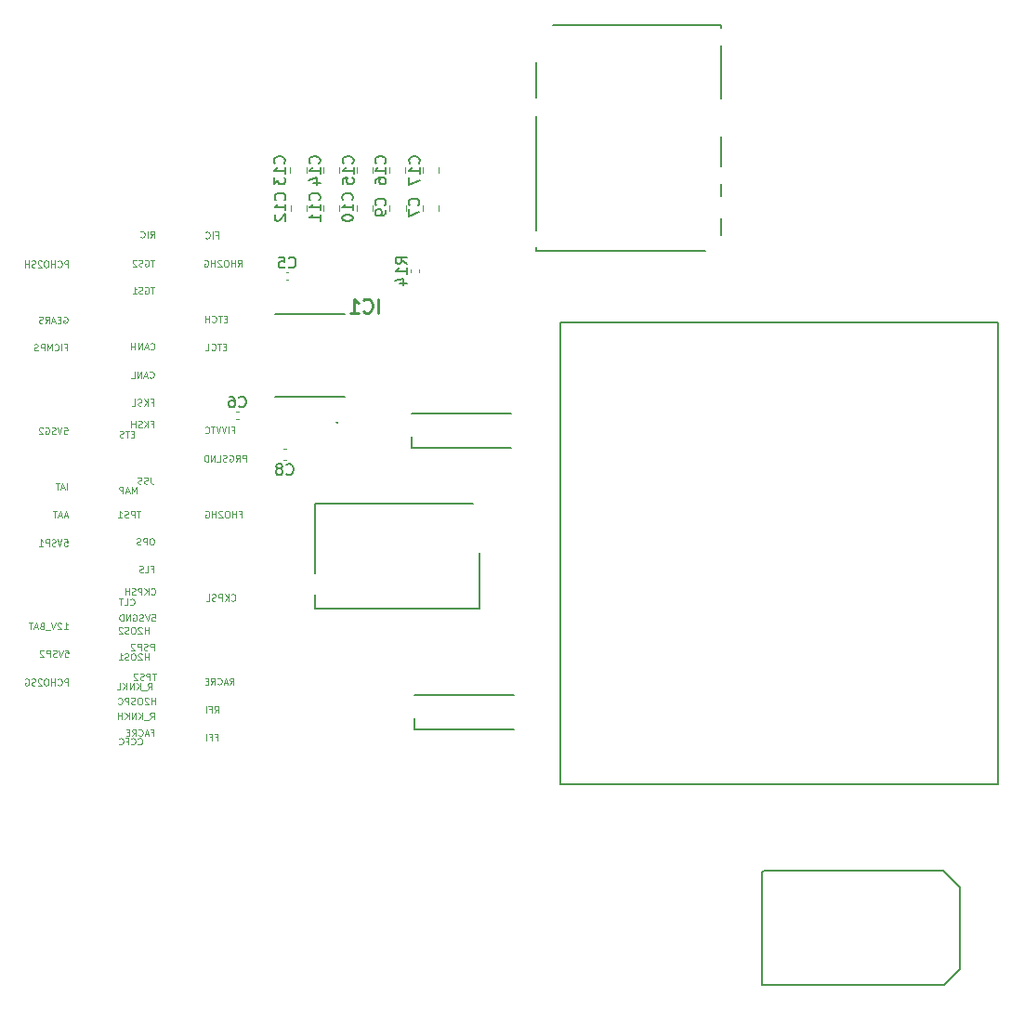
<source format=gbo>
G04 #@! TF.GenerationSoftware,KiCad,Pcbnew,8.0.7-8.0.7-0~ubuntu24.04.1*
G04 #@! TF.CreationDate,2025-01-02T20:04:47+00:00*
G04 #@! TF.ProjectId,hellenbremen,68656c6c-656e-4627-9265-6d656e2e6b69,rev?*
G04 #@! TF.SameCoordinates,Original*
G04 #@! TF.FileFunction,Legend,Bot*
G04 #@! TF.FilePolarity,Positive*
%FSLAX46Y46*%
G04 Gerber Fmt 4.6, Leading zero omitted, Abs format (unit mm)*
G04 Created by KiCad (PCBNEW 8.0.7-8.0.7-0~ubuntu24.04.1) date 2025-01-02 20:04:47*
%MOMM*%
%LPD*%
G01*
G04 APERTURE LIST*
%ADD10C,0.100000*%
%ADD11C,0.150000*%
%ADD12C,0.254000*%
%ADD13C,0.200000*%
%ADD14C,0.120000*%
%ADD15C,0.102320*%
G04 APERTURE END LIST*
D10*
X14433414Y29568939D02*
X14090557Y29568939D01*
X14261985Y28968939D02*
X14261985Y29568939D01*
X13890556Y28968939D02*
X13890556Y29568939D01*
X13890556Y29568939D02*
X13661985Y29568939D01*
X13661985Y29568939D02*
X13604842Y29540368D01*
X13604842Y29540368D02*
X13576271Y29511796D01*
X13576271Y29511796D02*
X13547699Y29454653D01*
X13547699Y29454653D02*
X13547699Y29368939D01*
X13547699Y29368939D02*
X13576271Y29311796D01*
X13576271Y29311796D02*
X13604842Y29283225D01*
X13604842Y29283225D02*
X13661985Y29254653D01*
X13661985Y29254653D02*
X13890556Y29254653D01*
X13319128Y28997510D02*
X13233414Y28968939D01*
X13233414Y28968939D02*
X13090556Y28968939D01*
X13090556Y28968939D02*
X13033414Y28997510D01*
X13033414Y28997510D02*
X13004842Y29026082D01*
X13004842Y29026082D02*
X12976271Y29083225D01*
X12976271Y29083225D02*
X12976271Y29140368D01*
X12976271Y29140368D02*
X13004842Y29197510D01*
X13004842Y29197510D02*
X13033414Y29226082D01*
X13033414Y29226082D02*
X13090556Y29254653D01*
X13090556Y29254653D02*
X13204842Y29283225D01*
X13204842Y29283225D02*
X13261985Y29311796D01*
X13261985Y29311796D02*
X13290556Y29340368D01*
X13290556Y29340368D02*
X13319128Y29397510D01*
X13319128Y29397510D02*
X13319128Y29454653D01*
X13319128Y29454653D02*
X13290556Y29511796D01*
X13290556Y29511796D02*
X13261985Y29540368D01*
X13261985Y29540368D02*
X13204842Y29568939D01*
X13204842Y29568939D02*
X13061985Y29568939D01*
X13061985Y29568939D02*
X12976271Y29540368D01*
X12747699Y29511796D02*
X12719127Y29540368D01*
X12719127Y29540368D02*
X12661985Y29568939D01*
X12661985Y29568939D02*
X12519127Y29568939D01*
X12519127Y29568939D02*
X12461985Y29540368D01*
X12461985Y29540368D02*
X12433413Y29511796D01*
X12433413Y29511796D02*
X12404842Y29454653D01*
X12404842Y29454653D02*
X12404842Y29397510D01*
X12404842Y29397510D02*
X12433413Y29311796D01*
X12433413Y29311796D02*
X12776270Y28968939D01*
X12776270Y28968939D02*
X12404842Y28968939D01*
X14041353Y52283225D02*
X14241353Y52283225D01*
X14241353Y51968939D02*
X14241353Y52568939D01*
X14241353Y52568939D02*
X13955639Y52568939D01*
X13727067Y51968939D02*
X13727067Y52568939D01*
X13384210Y51968939D02*
X13641353Y52311796D01*
X13384210Y52568939D02*
X13727067Y52226082D01*
X13155639Y51997510D02*
X13069925Y51968939D01*
X13069925Y51968939D02*
X12927067Y51968939D01*
X12927067Y51968939D02*
X12869925Y51997510D01*
X12869925Y51997510D02*
X12841353Y52026082D01*
X12841353Y52026082D02*
X12812782Y52083225D01*
X12812782Y52083225D02*
X12812782Y52140368D01*
X12812782Y52140368D02*
X12841353Y52197510D01*
X12841353Y52197510D02*
X12869925Y52226082D01*
X12869925Y52226082D02*
X12927067Y52254653D01*
X12927067Y52254653D02*
X13041353Y52283225D01*
X13041353Y52283225D02*
X13098496Y52311796D01*
X13098496Y52311796D02*
X13127067Y52340368D01*
X13127067Y52340368D02*
X13155639Y52397510D01*
X13155639Y52397510D02*
X13155639Y52454653D01*
X13155639Y52454653D02*
X13127067Y52511796D01*
X13127067Y52511796D02*
X13098496Y52540368D01*
X13098496Y52540368D02*
X13041353Y52568939D01*
X13041353Y52568939D02*
X12898496Y52568939D01*
X12898496Y52568939D02*
X12812782Y52540368D01*
X12555638Y51968939D02*
X12555638Y52568939D01*
X12555638Y52283225D02*
X12212781Y52283225D01*
X12212781Y51968939D02*
X12212781Y52568939D01*
X6147699Y59283225D02*
X6347699Y59283225D01*
X6347699Y58968939D02*
X6347699Y59568939D01*
X6347699Y59568939D02*
X6061985Y59568939D01*
X5833413Y58968939D02*
X5833413Y59568939D01*
X5204842Y59026082D02*
X5233414Y58997510D01*
X5233414Y58997510D02*
X5319128Y58968939D01*
X5319128Y58968939D02*
X5376271Y58968939D01*
X5376271Y58968939D02*
X5461985Y58997510D01*
X5461985Y58997510D02*
X5519128Y59054653D01*
X5519128Y59054653D02*
X5547699Y59111796D01*
X5547699Y59111796D02*
X5576271Y59226082D01*
X5576271Y59226082D02*
X5576271Y59311796D01*
X5576271Y59311796D02*
X5547699Y59426082D01*
X5547699Y59426082D02*
X5519128Y59483225D01*
X5519128Y59483225D02*
X5461985Y59540368D01*
X5461985Y59540368D02*
X5376271Y59568939D01*
X5376271Y59568939D02*
X5319128Y59568939D01*
X5319128Y59568939D02*
X5233414Y59540368D01*
X5233414Y59540368D02*
X5204842Y59511796D01*
X4947699Y58968939D02*
X4947699Y59568939D01*
X4947699Y59568939D02*
X4747699Y59140368D01*
X4747699Y59140368D02*
X4547699Y59568939D01*
X4547699Y59568939D02*
X4547699Y58968939D01*
X4261985Y58968939D02*
X4261985Y59568939D01*
X4261985Y59568939D02*
X4033414Y59568939D01*
X4033414Y59568939D02*
X3976271Y59540368D01*
X3976271Y59540368D02*
X3947700Y59511796D01*
X3947700Y59511796D02*
X3919128Y59454653D01*
X3919128Y59454653D02*
X3919128Y59368939D01*
X3919128Y59368939D02*
X3947700Y59311796D01*
X3947700Y59311796D02*
X3976271Y59283225D01*
X3976271Y59283225D02*
X4033414Y59254653D01*
X4033414Y59254653D02*
X4261985Y59254653D01*
X3690557Y58997510D02*
X3604843Y58968939D01*
X3604843Y58968939D02*
X3461985Y58968939D01*
X3461985Y58968939D02*
X3404843Y58997510D01*
X3404843Y58997510D02*
X3376271Y59026082D01*
X3376271Y59026082D02*
X3347700Y59083225D01*
X3347700Y59083225D02*
X3347700Y59140368D01*
X3347700Y59140368D02*
X3376271Y59197510D01*
X3376271Y59197510D02*
X3404843Y59226082D01*
X3404843Y59226082D02*
X3461985Y59254653D01*
X3461985Y59254653D02*
X3576271Y59283225D01*
X3576271Y59283225D02*
X3633414Y59311796D01*
X3633414Y59311796D02*
X3661985Y59340368D01*
X3661985Y59340368D02*
X3690557Y59397510D01*
X3690557Y59397510D02*
X3690557Y59454653D01*
X3690557Y59454653D02*
X3661985Y59511796D01*
X3661985Y59511796D02*
X3633414Y59540368D01*
X3633414Y59540368D02*
X3576271Y59568939D01*
X3576271Y59568939D02*
X3433414Y59568939D01*
X3433414Y59568939D02*
X3347700Y59540368D01*
X14247699Y31668939D02*
X14247699Y32268939D01*
X14247699Y32268939D02*
X14019128Y32268939D01*
X14019128Y32268939D02*
X13961985Y32240368D01*
X13961985Y32240368D02*
X13933414Y32211796D01*
X13933414Y32211796D02*
X13904842Y32154653D01*
X13904842Y32154653D02*
X13904842Y32068939D01*
X13904842Y32068939D02*
X13933414Y32011796D01*
X13933414Y32011796D02*
X13961985Y31983225D01*
X13961985Y31983225D02*
X14019128Y31954653D01*
X14019128Y31954653D02*
X14247699Y31954653D01*
X13676271Y31697510D02*
X13590557Y31668939D01*
X13590557Y31668939D02*
X13447699Y31668939D01*
X13447699Y31668939D02*
X13390557Y31697510D01*
X13390557Y31697510D02*
X13361985Y31726082D01*
X13361985Y31726082D02*
X13333414Y31783225D01*
X13333414Y31783225D02*
X13333414Y31840368D01*
X13333414Y31840368D02*
X13361985Y31897510D01*
X13361985Y31897510D02*
X13390557Y31926082D01*
X13390557Y31926082D02*
X13447699Y31954653D01*
X13447699Y31954653D02*
X13561985Y31983225D01*
X13561985Y31983225D02*
X13619128Y32011796D01*
X13619128Y32011796D02*
X13647699Y32040368D01*
X13647699Y32040368D02*
X13676271Y32097510D01*
X13676271Y32097510D02*
X13676271Y32154653D01*
X13676271Y32154653D02*
X13647699Y32211796D01*
X13647699Y32211796D02*
X13619128Y32240368D01*
X13619128Y32240368D02*
X13561985Y32268939D01*
X13561985Y32268939D02*
X13419128Y32268939D01*
X13419128Y32268939D02*
X13333414Y32240368D01*
X13076270Y31668939D02*
X13076270Y32268939D01*
X13076270Y32268939D02*
X12847699Y32268939D01*
X12847699Y32268939D02*
X12790556Y32240368D01*
X12790556Y32240368D02*
X12761985Y32211796D01*
X12761985Y32211796D02*
X12733413Y32154653D01*
X12733413Y32154653D02*
X12733413Y32068939D01*
X12733413Y32068939D02*
X12761985Y32011796D01*
X12761985Y32011796D02*
X12790556Y31983225D01*
X12790556Y31983225D02*
X12847699Y31954653D01*
X12847699Y31954653D02*
X13076270Y31954653D01*
X12504842Y32211796D02*
X12476270Y32240368D01*
X12476270Y32240368D02*
X12419128Y32268939D01*
X12419128Y32268939D02*
X12276270Y32268939D01*
X12276270Y32268939D02*
X12219128Y32240368D01*
X12219128Y32240368D02*
X12190556Y32211796D01*
X12190556Y32211796D02*
X12161985Y32154653D01*
X12161985Y32154653D02*
X12161985Y32097510D01*
X12161985Y32097510D02*
X12190556Y32011796D01*
X12190556Y32011796D02*
X12533413Y31668939D01*
X12533413Y31668939D02*
X12161985Y31668939D01*
X12447699Y51383225D02*
X12247699Y51383225D01*
X12161985Y51068939D02*
X12447699Y51068939D01*
X12447699Y51068939D02*
X12447699Y51668939D01*
X12447699Y51668939D02*
X12161985Y51668939D01*
X11990557Y51668939D02*
X11647700Y51668939D01*
X11819128Y51068939D02*
X11819128Y51668939D01*
X11476271Y51097510D02*
X11390557Y51068939D01*
X11390557Y51068939D02*
X11247699Y51068939D01*
X11247699Y51068939D02*
X11190557Y51097510D01*
X11190557Y51097510D02*
X11161985Y51126082D01*
X11161985Y51126082D02*
X11133414Y51183225D01*
X11133414Y51183225D02*
X11133414Y51240368D01*
X11133414Y51240368D02*
X11161985Y51297510D01*
X11161985Y51297510D02*
X11190557Y51326082D01*
X11190557Y51326082D02*
X11247699Y51354653D01*
X11247699Y51354653D02*
X11361985Y51383225D01*
X11361985Y51383225D02*
X11419128Y51411796D01*
X11419128Y51411796D02*
X11447699Y51440368D01*
X11447699Y51440368D02*
X11476271Y51497510D01*
X11476271Y51497510D02*
X11476271Y51554653D01*
X11476271Y51554653D02*
X11447699Y51611796D01*
X11447699Y51611796D02*
X11419128Y51640368D01*
X11419128Y51640368D02*
X11361985Y51668939D01*
X11361985Y51668939D02*
X11219128Y51668939D01*
X11219128Y51668939D02*
X11133414Y51640368D01*
X22047699Y44083225D02*
X22247699Y44083225D01*
X22247699Y43768939D02*
X22247699Y44368939D01*
X22247699Y44368939D02*
X21961985Y44368939D01*
X21733413Y43768939D02*
X21733413Y44368939D01*
X21733413Y44083225D02*
X21390556Y44083225D01*
X21390556Y43768939D02*
X21390556Y44368939D01*
X20990557Y44368939D02*
X20876271Y44368939D01*
X20876271Y44368939D02*
X20819128Y44340368D01*
X20819128Y44340368D02*
X20761985Y44283225D01*
X20761985Y44283225D02*
X20733414Y44168939D01*
X20733414Y44168939D02*
X20733414Y43968939D01*
X20733414Y43968939D02*
X20761985Y43854653D01*
X20761985Y43854653D02*
X20819128Y43797510D01*
X20819128Y43797510D02*
X20876271Y43768939D01*
X20876271Y43768939D02*
X20990557Y43768939D01*
X20990557Y43768939D02*
X21047700Y43797510D01*
X21047700Y43797510D02*
X21104842Y43854653D01*
X21104842Y43854653D02*
X21133414Y43968939D01*
X21133414Y43968939D02*
X21133414Y44168939D01*
X21133414Y44168939D02*
X21104842Y44283225D01*
X21104842Y44283225D02*
X21047700Y44340368D01*
X21047700Y44340368D02*
X20990557Y44368939D01*
X20504843Y44311796D02*
X20476271Y44340368D01*
X20476271Y44340368D02*
X20419129Y44368939D01*
X20419129Y44368939D02*
X20276271Y44368939D01*
X20276271Y44368939D02*
X20219129Y44340368D01*
X20219129Y44340368D02*
X20190557Y44311796D01*
X20190557Y44311796D02*
X20161986Y44254653D01*
X20161986Y44254653D02*
X20161986Y44197510D01*
X20161986Y44197510D02*
X20190557Y44111796D01*
X20190557Y44111796D02*
X20533414Y43768939D01*
X20533414Y43768939D02*
X20161986Y43768939D01*
X19904842Y43768939D02*
X19904842Y44368939D01*
X19904842Y44083225D02*
X19561985Y44083225D01*
X19561985Y43768939D02*
X19561985Y44368939D01*
X18961986Y44340368D02*
X19019129Y44368939D01*
X19019129Y44368939D02*
X19104843Y44368939D01*
X19104843Y44368939D02*
X19190557Y44340368D01*
X19190557Y44340368D02*
X19247700Y44283225D01*
X19247700Y44283225D02*
X19276271Y44226082D01*
X19276271Y44226082D02*
X19304843Y44111796D01*
X19304843Y44111796D02*
X19304843Y44026082D01*
X19304843Y44026082D02*
X19276271Y43911796D01*
X19276271Y43911796D02*
X19247700Y43854653D01*
X19247700Y43854653D02*
X19190557Y43797510D01*
X19190557Y43797510D02*
X19104843Y43768939D01*
X19104843Y43768939D02*
X19047700Y43768939D01*
X19047700Y43768939D02*
X18961986Y43797510D01*
X18961986Y43797510D02*
X18933414Y43826082D01*
X18933414Y43826082D02*
X18933414Y44026082D01*
X18933414Y44026082D02*
X19047700Y44026082D01*
X6161985Y31668939D02*
X6447699Y31668939D01*
X6447699Y31668939D02*
X6476271Y31383225D01*
X6476271Y31383225D02*
X6447699Y31411796D01*
X6447699Y31411796D02*
X6390557Y31440368D01*
X6390557Y31440368D02*
X6247699Y31440368D01*
X6247699Y31440368D02*
X6190557Y31411796D01*
X6190557Y31411796D02*
X6161985Y31383225D01*
X6161985Y31383225D02*
X6133414Y31326082D01*
X6133414Y31326082D02*
X6133414Y31183225D01*
X6133414Y31183225D02*
X6161985Y31126082D01*
X6161985Y31126082D02*
X6190557Y31097510D01*
X6190557Y31097510D02*
X6247699Y31068939D01*
X6247699Y31068939D02*
X6390557Y31068939D01*
X6390557Y31068939D02*
X6447699Y31097510D01*
X6447699Y31097510D02*
X6476271Y31126082D01*
X5961985Y31668939D02*
X5761985Y31068939D01*
X5761985Y31068939D02*
X5561985Y31668939D01*
X5390556Y31097510D02*
X5304842Y31068939D01*
X5304842Y31068939D02*
X5161984Y31068939D01*
X5161984Y31068939D02*
X5104842Y31097510D01*
X5104842Y31097510D02*
X5076270Y31126082D01*
X5076270Y31126082D02*
X5047699Y31183225D01*
X5047699Y31183225D02*
X5047699Y31240368D01*
X5047699Y31240368D02*
X5076270Y31297510D01*
X5076270Y31297510D02*
X5104842Y31326082D01*
X5104842Y31326082D02*
X5161984Y31354653D01*
X5161984Y31354653D02*
X5276270Y31383225D01*
X5276270Y31383225D02*
X5333413Y31411796D01*
X5333413Y31411796D02*
X5361984Y31440368D01*
X5361984Y31440368D02*
X5390556Y31497510D01*
X5390556Y31497510D02*
X5390556Y31554653D01*
X5390556Y31554653D02*
X5361984Y31611796D01*
X5361984Y31611796D02*
X5333413Y31640368D01*
X5333413Y31640368D02*
X5276270Y31668939D01*
X5276270Y31668939D02*
X5133413Y31668939D01*
X5133413Y31668939D02*
X5047699Y31640368D01*
X4790555Y31068939D02*
X4790555Y31668939D01*
X4790555Y31668939D02*
X4561984Y31668939D01*
X4561984Y31668939D02*
X4504841Y31640368D01*
X4504841Y31640368D02*
X4476270Y31611796D01*
X4476270Y31611796D02*
X4447698Y31554653D01*
X4447698Y31554653D02*
X4447698Y31468939D01*
X4447698Y31468939D02*
X4476270Y31411796D01*
X4476270Y31411796D02*
X4504841Y31383225D01*
X4504841Y31383225D02*
X4561984Y31354653D01*
X4561984Y31354653D02*
X4790555Y31354653D01*
X4219127Y31611796D02*
X4190555Y31640368D01*
X4190555Y31640368D02*
X4133413Y31668939D01*
X4133413Y31668939D02*
X3990555Y31668939D01*
X3990555Y31668939D02*
X3933413Y31640368D01*
X3933413Y31640368D02*
X3904841Y31611796D01*
X3904841Y31611796D02*
X3876270Y31554653D01*
X3876270Y31554653D02*
X3876270Y31497510D01*
X3876270Y31497510D02*
X3904841Y31411796D01*
X3904841Y31411796D02*
X4247698Y31068939D01*
X4247698Y31068939D02*
X3876270Y31068939D01*
X19771370Y25985675D02*
X19971370Y26271389D01*
X20114227Y25985675D02*
X20114227Y26585675D01*
X20114227Y26585675D02*
X19885656Y26585675D01*
X19885656Y26585675D02*
X19828513Y26557104D01*
X19828513Y26557104D02*
X19799942Y26528532D01*
X19799942Y26528532D02*
X19771370Y26471389D01*
X19771370Y26471389D02*
X19771370Y26385675D01*
X19771370Y26385675D02*
X19799942Y26328532D01*
X19799942Y26328532D02*
X19828513Y26299961D01*
X19828513Y26299961D02*
X19885656Y26271389D01*
X19885656Y26271389D02*
X20114227Y26271389D01*
X19314227Y26299961D02*
X19514227Y26299961D01*
X19514227Y25985675D02*
X19514227Y26585675D01*
X19514227Y26585675D02*
X19228513Y26585675D01*
X18999941Y25985675D02*
X18999941Y26585675D01*
X14347699Y26728629D02*
X14347699Y27328629D01*
X14347699Y27042915D02*
X14004842Y27042915D01*
X14004842Y26728629D02*
X14004842Y27328629D01*
X13747700Y27271486D02*
X13719128Y27300058D01*
X13719128Y27300058D02*
X13661986Y27328629D01*
X13661986Y27328629D02*
X13519128Y27328629D01*
X13519128Y27328629D02*
X13461986Y27300058D01*
X13461986Y27300058D02*
X13433414Y27271486D01*
X13433414Y27271486D02*
X13404843Y27214343D01*
X13404843Y27214343D02*
X13404843Y27157200D01*
X13404843Y27157200D02*
X13433414Y27071486D01*
X13433414Y27071486D02*
X13776271Y26728629D01*
X13776271Y26728629D02*
X13404843Y26728629D01*
X13033414Y27328629D02*
X12919128Y27328629D01*
X12919128Y27328629D02*
X12861985Y27300058D01*
X12861985Y27300058D02*
X12804842Y27242915D01*
X12804842Y27242915D02*
X12776271Y27128629D01*
X12776271Y27128629D02*
X12776271Y26928629D01*
X12776271Y26928629D02*
X12804842Y26814343D01*
X12804842Y26814343D02*
X12861985Y26757200D01*
X12861985Y26757200D02*
X12919128Y26728629D01*
X12919128Y26728629D02*
X13033414Y26728629D01*
X13033414Y26728629D02*
X13090557Y26757200D01*
X13090557Y26757200D02*
X13147699Y26814343D01*
X13147699Y26814343D02*
X13176271Y26928629D01*
X13176271Y26928629D02*
X13176271Y27128629D01*
X13176271Y27128629D02*
X13147699Y27242915D01*
X13147699Y27242915D02*
X13090557Y27300058D01*
X13090557Y27300058D02*
X13033414Y27328629D01*
X12547700Y26757200D02*
X12461986Y26728629D01*
X12461986Y26728629D02*
X12319128Y26728629D01*
X12319128Y26728629D02*
X12261986Y26757200D01*
X12261986Y26757200D02*
X12233414Y26785772D01*
X12233414Y26785772D02*
X12204843Y26842915D01*
X12204843Y26842915D02*
X12204843Y26900058D01*
X12204843Y26900058D02*
X12233414Y26957200D01*
X12233414Y26957200D02*
X12261986Y26985772D01*
X12261986Y26985772D02*
X12319128Y27014343D01*
X12319128Y27014343D02*
X12433414Y27042915D01*
X12433414Y27042915D02*
X12490557Y27071486D01*
X12490557Y27071486D02*
X12519128Y27100058D01*
X12519128Y27100058D02*
X12547700Y27157200D01*
X12547700Y27157200D02*
X12547700Y27214343D01*
X12547700Y27214343D02*
X12519128Y27271486D01*
X12519128Y27271486D02*
X12490557Y27300058D01*
X12490557Y27300058D02*
X12433414Y27328629D01*
X12433414Y27328629D02*
X12290557Y27328629D01*
X12290557Y27328629D02*
X12204843Y27300058D01*
X11947699Y26728629D02*
X11947699Y27328629D01*
X11947699Y27328629D02*
X11719128Y27328629D01*
X11719128Y27328629D02*
X11661985Y27300058D01*
X11661985Y27300058D02*
X11633414Y27271486D01*
X11633414Y27271486D02*
X11604842Y27214343D01*
X11604842Y27214343D02*
X11604842Y27128629D01*
X11604842Y27128629D02*
X11633414Y27071486D01*
X11633414Y27071486D02*
X11661985Y27042915D01*
X11661985Y27042915D02*
X11719128Y27014343D01*
X11719128Y27014343D02*
X11947699Y27014343D01*
X11004842Y26785772D02*
X11033414Y26757200D01*
X11033414Y26757200D02*
X11119128Y26728629D01*
X11119128Y26728629D02*
X11176271Y26728629D01*
X11176271Y26728629D02*
X11261985Y26757200D01*
X11261985Y26757200D02*
X11319128Y26814343D01*
X11319128Y26814343D02*
X11347699Y26871486D01*
X11347699Y26871486D02*
X11376271Y26985772D01*
X11376271Y26985772D02*
X11376271Y27071486D01*
X11376271Y27071486D02*
X11347699Y27185772D01*
X11347699Y27185772D02*
X11319128Y27242915D01*
X11319128Y27242915D02*
X11261985Y27300058D01*
X11261985Y27300058D02*
X11176271Y27328629D01*
X11176271Y27328629D02*
X11119128Y27328629D01*
X11119128Y27328629D02*
X11033414Y27300058D01*
X11033414Y27300058D02*
X11004842Y27271486D01*
X13969925Y47428629D02*
X13969925Y47000058D01*
X13969925Y47000058D02*
X13998496Y46914343D01*
X13998496Y46914343D02*
X14055639Y46857200D01*
X14055639Y46857200D02*
X14141353Y46828629D01*
X14141353Y46828629D02*
X14198496Y46828629D01*
X13712782Y46857200D02*
X13627068Y46828629D01*
X13627068Y46828629D02*
X13484210Y46828629D01*
X13484210Y46828629D02*
X13427068Y46857200D01*
X13427068Y46857200D02*
X13398496Y46885772D01*
X13398496Y46885772D02*
X13369925Y46942915D01*
X13369925Y46942915D02*
X13369925Y47000058D01*
X13369925Y47000058D02*
X13398496Y47057200D01*
X13398496Y47057200D02*
X13427068Y47085772D01*
X13427068Y47085772D02*
X13484210Y47114343D01*
X13484210Y47114343D02*
X13598496Y47142915D01*
X13598496Y47142915D02*
X13655639Y47171486D01*
X13655639Y47171486D02*
X13684210Y47200058D01*
X13684210Y47200058D02*
X13712782Y47257200D01*
X13712782Y47257200D02*
X13712782Y47314343D01*
X13712782Y47314343D02*
X13684210Y47371486D01*
X13684210Y47371486D02*
X13655639Y47400058D01*
X13655639Y47400058D02*
X13598496Y47428629D01*
X13598496Y47428629D02*
X13455639Y47428629D01*
X13455639Y47428629D02*
X13369925Y47400058D01*
X13141353Y46857200D02*
X13055639Y46828629D01*
X13055639Y46828629D02*
X12912781Y46828629D01*
X12912781Y46828629D02*
X12855639Y46857200D01*
X12855639Y46857200D02*
X12827067Y46885772D01*
X12827067Y46885772D02*
X12798496Y46942915D01*
X12798496Y46942915D02*
X12798496Y47000058D01*
X12798496Y47000058D02*
X12827067Y47057200D01*
X12827067Y47057200D02*
X12855639Y47085772D01*
X12855639Y47085772D02*
X12912781Y47114343D01*
X12912781Y47114343D02*
X13027067Y47142915D01*
X13027067Y47142915D02*
X13084210Y47171486D01*
X13084210Y47171486D02*
X13112781Y47200058D01*
X13112781Y47200058D02*
X13141353Y47257200D01*
X13141353Y47257200D02*
X13141353Y47314343D01*
X13141353Y47314343D02*
X13112781Y47371486D01*
X13112781Y47371486D02*
X13084210Y47400058D01*
X13084210Y47400058D02*
X13027067Y47428629D01*
X13027067Y47428629D02*
X12884210Y47428629D01*
X12884210Y47428629D02*
X12798496Y47400058D01*
X6033414Y62040368D02*
X6090557Y62068939D01*
X6090557Y62068939D02*
X6176271Y62068939D01*
X6176271Y62068939D02*
X6261985Y62040368D01*
X6261985Y62040368D02*
X6319128Y61983225D01*
X6319128Y61983225D02*
X6347699Y61926082D01*
X6347699Y61926082D02*
X6376271Y61811796D01*
X6376271Y61811796D02*
X6376271Y61726082D01*
X6376271Y61726082D02*
X6347699Y61611796D01*
X6347699Y61611796D02*
X6319128Y61554653D01*
X6319128Y61554653D02*
X6261985Y61497510D01*
X6261985Y61497510D02*
X6176271Y61468939D01*
X6176271Y61468939D02*
X6119128Y61468939D01*
X6119128Y61468939D02*
X6033414Y61497510D01*
X6033414Y61497510D02*
X6004842Y61526082D01*
X6004842Y61526082D02*
X6004842Y61726082D01*
X6004842Y61726082D02*
X6119128Y61726082D01*
X5747699Y61783225D02*
X5547699Y61783225D01*
X5461985Y61468939D02*
X5747699Y61468939D01*
X5747699Y61468939D02*
X5747699Y62068939D01*
X5747699Y62068939D02*
X5461985Y62068939D01*
X5233414Y61640368D02*
X4947700Y61640368D01*
X5290557Y61468939D02*
X5090557Y62068939D01*
X5090557Y62068939D02*
X4890557Y61468939D01*
X4347699Y61468939D02*
X4547699Y61754653D01*
X4690556Y61468939D02*
X4690556Y62068939D01*
X4690556Y62068939D02*
X4461985Y62068939D01*
X4461985Y62068939D02*
X4404842Y62040368D01*
X4404842Y62040368D02*
X4376271Y62011796D01*
X4376271Y62011796D02*
X4347699Y61954653D01*
X4347699Y61954653D02*
X4347699Y61868939D01*
X4347699Y61868939D02*
X4376271Y61811796D01*
X4376271Y61811796D02*
X4404842Y61783225D01*
X4404842Y61783225D02*
X4461985Y61754653D01*
X4461985Y61754653D02*
X4690556Y61754653D01*
X4119128Y61497510D02*
X4033414Y61468939D01*
X4033414Y61468939D02*
X3890556Y61468939D01*
X3890556Y61468939D02*
X3833414Y61497510D01*
X3833414Y61497510D02*
X3804842Y61526082D01*
X3804842Y61526082D02*
X3776271Y61583225D01*
X3776271Y61583225D02*
X3776271Y61640368D01*
X3776271Y61640368D02*
X3804842Y61697510D01*
X3804842Y61697510D02*
X3833414Y61726082D01*
X3833414Y61726082D02*
X3890556Y61754653D01*
X3890556Y61754653D02*
X4004842Y61783225D01*
X4004842Y61783225D02*
X4061985Y61811796D01*
X4061985Y61811796D02*
X4090556Y61840368D01*
X4090556Y61840368D02*
X4119128Y61897510D01*
X4119128Y61897510D02*
X4119128Y61954653D01*
X4119128Y61954653D02*
X4090556Y62011796D01*
X4090556Y62011796D02*
X4061985Y62040368D01*
X4061985Y62040368D02*
X4004842Y62068939D01*
X4004842Y62068939D02*
X3861985Y62068939D01*
X3861985Y62068939D02*
X3776271Y62040368D01*
X6061985Y41768939D02*
X6347699Y41768939D01*
X6347699Y41768939D02*
X6376271Y41483225D01*
X6376271Y41483225D02*
X6347699Y41511796D01*
X6347699Y41511796D02*
X6290557Y41540368D01*
X6290557Y41540368D02*
X6147699Y41540368D01*
X6147699Y41540368D02*
X6090557Y41511796D01*
X6090557Y41511796D02*
X6061985Y41483225D01*
X6061985Y41483225D02*
X6033414Y41426082D01*
X6033414Y41426082D02*
X6033414Y41283225D01*
X6033414Y41283225D02*
X6061985Y41226082D01*
X6061985Y41226082D02*
X6090557Y41197510D01*
X6090557Y41197510D02*
X6147699Y41168939D01*
X6147699Y41168939D02*
X6290557Y41168939D01*
X6290557Y41168939D02*
X6347699Y41197510D01*
X6347699Y41197510D02*
X6376271Y41226082D01*
X5861985Y41768939D02*
X5661985Y41168939D01*
X5661985Y41168939D02*
X5461985Y41768939D01*
X5290556Y41197510D02*
X5204842Y41168939D01*
X5204842Y41168939D02*
X5061984Y41168939D01*
X5061984Y41168939D02*
X5004842Y41197510D01*
X5004842Y41197510D02*
X4976270Y41226082D01*
X4976270Y41226082D02*
X4947699Y41283225D01*
X4947699Y41283225D02*
X4947699Y41340368D01*
X4947699Y41340368D02*
X4976270Y41397510D01*
X4976270Y41397510D02*
X5004842Y41426082D01*
X5004842Y41426082D02*
X5061984Y41454653D01*
X5061984Y41454653D02*
X5176270Y41483225D01*
X5176270Y41483225D02*
X5233413Y41511796D01*
X5233413Y41511796D02*
X5261984Y41540368D01*
X5261984Y41540368D02*
X5290556Y41597510D01*
X5290556Y41597510D02*
X5290556Y41654653D01*
X5290556Y41654653D02*
X5261984Y41711796D01*
X5261984Y41711796D02*
X5233413Y41740368D01*
X5233413Y41740368D02*
X5176270Y41768939D01*
X5176270Y41768939D02*
X5033413Y41768939D01*
X5033413Y41768939D02*
X4947699Y41740368D01*
X4690555Y41168939D02*
X4690555Y41768939D01*
X4690555Y41768939D02*
X4461984Y41768939D01*
X4461984Y41768939D02*
X4404841Y41740368D01*
X4404841Y41740368D02*
X4376270Y41711796D01*
X4376270Y41711796D02*
X4347698Y41654653D01*
X4347698Y41654653D02*
X4347698Y41568939D01*
X4347698Y41568939D02*
X4376270Y41511796D01*
X4376270Y41511796D02*
X4404841Y41483225D01*
X4404841Y41483225D02*
X4461984Y41454653D01*
X4461984Y41454653D02*
X4690555Y41454653D01*
X3776270Y41168939D02*
X4119127Y41168939D01*
X3947698Y41168939D02*
X3947698Y41768939D01*
X3947698Y41768939D02*
X4004841Y41683225D01*
X4004841Y41683225D02*
X4061984Y41626082D01*
X4061984Y41626082D02*
X4119127Y41597510D01*
X21302492Y36231609D02*
X21331064Y36203037D01*
X21331064Y36203037D02*
X21416778Y36174466D01*
X21416778Y36174466D02*
X21473921Y36174466D01*
X21473921Y36174466D02*
X21559635Y36203037D01*
X21559635Y36203037D02*
X21616778Y36260180D01*
X21616778Y36260180D02*
X21645349Y36317323D01*
X21645349Y36317323D02*
X21673921Y36431609D01*
X21673921Y36431609D02*
X21673921Y36517323D01*
X21673921Y36517323D02*
X21645349Y36631609D01*
X21645349Y36631609D02*
X21616778Y36688752D01*
X21616778Y36688752D02*
X21559635Y36745895D01*
X21559635Y36745895D02*
X21473921Y36774466D01*
X21473921Y36774466D02*
X21416778Y36774466D01*
X21416778Y36774466D02*
X21331064Y36745895D01*
X21331064Y36745895D02*
X21302492Y36717323D01*
X21045349Y36174466D02*
X21045349Y36774466D01*
X20702492Y36174466D02*
X20959635Y36517323D01*
X20702492Y36774466D02*
X21045349Y36431609D01*
X20445349Y36174466D02*
X20445349Y36774466D01*
X20445349Y36774466D02*
X20216778Y36774466D01*
X20216778Y36774466D02*
X20159635Y36745895D01*
X20159635Y36745895D02*
X20131064Y36717323D01*
X20131064Y36717323D02*
X20102492Y36660180D01*
X20102492Y36660180D02*
X20102492Y36574466D01*
X20102492Y36574466D02*
X20131064Y36517323D01*
X20131064Y36517323D02*
X20159635Y36488752D01*
X20159635Y36488752D02*
X20216778Y36460180D01*
X20216778Y36460180D02*
X20445349Y36460180D01*
X19873921Y36203037D02*
X19788207Y36174466D01*
X19788207Y36174466D02*
X19645349Y36174466D01*
X19645349Y36174466D02*
X19588207Y36203037D01*
X19588207Y36203037D02*
X19559635Y36231609D01*
X19559635Y36231609D02*
X19531064Y36288752D01*
X19531064Y36288752D02*
X19531064Y36345895D01*
X19531064Y36345895D02*
X19559635Y36403037D01*
X19559635Y36403037D02*
X19588207Y36431609D01*
X19588207Y36431609D02*
X19645349Y36460180D01*
X19645349Y36460180D02*
X19759635Y36488752D01*
X19759635Y36488752D02*
X19816778Y36517323D01*
X19816778Y36517323D02*
X19845349Y36545895D01*
X19845349Y36545895D02*
X19873921Y36603037D01*
X19873921Y36603037D02*
X19873921Y36660180D01*
X19873921Y36660180D02*
X19845349Y36717323D01*
X19845349Y36717323D02*
X19816778Y36745895D01*
X19816778Y36745895D02*
X19759635Y36774466D01*
X19759635Y36774466D02*
X19616778Y36774466D01*
X19616778Y36774466D02*
X19531064Y36745895D01*
X18988206Y36174466D02*
X19273920Y36174466D01*
X19273920Y36174466D02*
X19273920Y36774466D01*
X6376271Y43904409D02*
X6090557Y43904409D01*
X6433414Y43732980D02*
X6233414Y44332980D01*
X6233414Y44332980D02*
X6033414Y43732980D01*
X5861985Y43904409D02*
X5576271Y43904409D01*
X5919128Y43732980D02*
X5719128Y44332980D01*
X5719128Y44332980D02*
X5519128Y43732980D01*
X5404842Y44332980D02*
X5061985Y44332980D01*
X5233413Y43732980D02*
X5233413Y44332980D01*
X14327068Y64746384D02*
X13984211Y64746384D01*
X14155639Y64146384D02*
X14155639Y64746384D01*
X13469925Y64717813D02*
X13527068Y64746384D01*
X13527068Y64746384D02*
X13612782Y64746384D01*
X13612782Y64746384D02*
X13698496Y64717813D01*
X13698496Y64717813D02*
X13755639Y64660670D01*
X13755639Y64660670D02*
X13784210Y64603527D01*
X13784210Y64603527D02*
X13812782Y64489241D01*
X13812782Y64489241D02*
X13812782Y64403527D01*
X13812782Y64403527D02*
X13784210Y64289241D01*
X13784210Y64289241D02*
X13755639Y64232098D01*
X13755639Y64232098D02*
X13698496Y64174955D01*
X13698496Y64174955D02*
X13612782Y64146384D01*
X13612782Y64146384D02*
X13555639Y64146384D01*
X13555639Y64146384D02*
X13469925Y64174955D01*
X13469925Y64174955D02*
X13441353Y64203527D01*
X13441353Y64203527D02*
X13441353Y64403527D01*
X13441353Y64403527D02*
X13555639Y64403527D01*
X13212782Y64174955D02*
X13127068Y64146384D01*
X13127068Y64146384D02*
X12984210Y64146384D01*
X12984210Y64146384D02*
X12927068Y64174955D01*
X12927068Y64174955D02*
X12898496Y64203527D01*
X12898496Y64203527D02*
X12869925Y64260670D01*
X12869925Y64260670D02*
X12869925Y64317813D01*
X12869925Y64317813D02*
X12898496Y64374955D01*
X12898496Y64374955D02*
X12927068Y64403527D01*
X12927068Y64403527D02*
X12984210Y64432098D01*
X12984210Y64432098D02*
X13098496Y64460670D01*
X13098496Y64460670D02*
X13155639Y64489241D01*
X13155639Y64489241D02*
X13184210Y64517813D01*
X13184210Y64517813D02*
X13212782Y64574955D01*
X13212782Y64574955D02*
X13212782Y64632098D01*
X13212782Y64632098D02*
X13184210Y64689241D01*
X13184210Y64689241D02*
X13155639Y64717813D01*
X13155639Y64717813D02*
X13098496Y64746384D01*
X13098496Y64746384D02*
X12955639Y64746384D01*
X12955639Y64746384D02*
X12869925Y64717813D01*
X12298496Y64146384D02*
X12641353Y64146384D01*
X12469924Y64146384D02*
X12469924Y64746384D01*
X12469924Y64746384D02*
X12527067Y64660670D01*
X12527067Y64660670D02*
X12584210Y64603527D01*
X12584210Y64603527D02*
X12641353Y64574955D01*
X6447699Y66568939D02*
X6447699Y67168939D01*
X6447699Y67168939D02*
X6219128Y67168939D01*
X6219128Y67168939D02*
X6161985Y67140368D01*
X6161985Y67140368D02*
X6133414Y67111796D01*
X6133414Y67111796D02*
X6104842Y67054653D01*
X6104842Y67054653D02*
X6104842Y66968939D01*
X6104842Y66968939D02*
X6133414Y66911796D01*
X6133414Y66911796D02*
X6161985Y66883225D01*
X6161985Y66883225D02*
X6219128Y66854653D01*
X6219128Y66854653D02*
X6447699Y66854653D01*
X5504842Y66626082D02*
X5533414Y66597510D01*
X5533414Y66597510D02*
X5619128Y66568939D01*
X5619128Y66568939D02*
X5676271Y66568939D01*
X5676271Y66568939D02*
X5761985Y66597510D01*
X5761985Y66597510D02*
X5819128Y66654653D01*
X5819128Y66654653D02*
X5847699Y66711796D01*
X5847699Y66711796D02*
X5876271Y66826082D01*
X5876271Y66826082D02*
X5876271Y66911796D01*
X5876271Y66911796D02*
X5847699Y67026082D01*
X5847699Y67026082D02*
X5819128Y67083225D01*
X5819128Y67083225D02*
X5761985Y67140368D01*
X5761985Y67140368D02*
X5676271Y67168939D01*
X5676271Y67168939D02*
X5619128Y67168939D01*
X5619128Y67168939D02*
X5533414Y67140368D01*
X5533414Y67140368D02*
X5504842Y67111796D01*
X5247699Y66568939D02*
X5247699Y67168939D01*
X5247699Y66883225D02*
X4904842Y66883225D01*
X4904842Y66568939D02*
X4904842Y67168939D01*
X4504843Y67168939D02*
X4390557Y67168939D01*
X4390557Y67168939D02*
X4333414Y67140368D01*
X4333414Y67140368D02*
X4276271Y67083225D01*
X4276271Y67083225D02*
X4247700Y66968939D01*
X4247700Y66968939D02*
X4247700Y66768939D01*
X4247700Y66768939D02*
X4276271Y66654653D01*
X4276271Y66654653D02*
X4333414Y66597510D01*
X4333414Y66597510D02*
X4390557Y66568939D01*
X4390557Y66568939D02*
X4504843Y66568939D01*
X4504843Y66568939D02*
X4561986Y66597510D01*
X4561986Y66597510D02*
X4619128Y66654653D01*
X4619128Y66654653D02*
X4647700Y66768939D01*
X4647700Y66768939D02*
X4647700Y66968939D01*
X4647700Y66968939D02*
X4619128Y67083225D01*
X4619128Y67083225D02*
X4561986Y67140368D01*
X4561986Y67140368D02*
X4504843Y67168939D01*
X4019129Y67111796D02*
X3990557Y67140368D01*
X3990557Y67140368D02*
X3933415Y67168939D01*
X3933415Y67168939D02*
X3790557Y67168939D01*
X3790557Y67168939D02*
X3733415Y67140368D01*
X3733415Y67140368D02*
X3704843Y67111796D01*
X3704843Y67111796D02*
X3676272Y67054653D01*
X3676272Y67054653D02*
X3676272Y66997510D01*
X3676272Y66997510D02*
X3704843Y66911796D01*
X3704843Y66911796D02*
X4047700Y66568939D01*
X4047700Y66568939D02*
X3676272Y66568939D01*
X3447700Y66597510D02*
X3361986Y66568939D01*
X3361986Y66568939D02*
X3219128Y66568939D01*
X3219128Y66568939D02*
X3161986Y66597510D01*
X3161986Y66597510D02*
X3133414Y66626082D01*
X3133414Y66626082D02*
X3104843Y66683225D01*
X3104843Y66683225D02*
X3104843Y66740368D01*
X3104843Y66740368D02*
X3133414Y66797510D01*
X3133414Y66797510D02*
X3161986Y66826082D01*
X3161986Y66826082D02*
X3219128Y66854653D01*
X3219128Y66854653D02*
X3333414Y66883225D01*
X3333414Y66883225D02*
X3390557Y66911796D01*
X3390557Y66911796D02*
X3419128Y66940368D01*
X3419128Y66940368D02*
X3447700Y66997510D01*
X3447700Y66997510D02*
X3447700Y67054653D01*
X3447700Y67054653D02*
X3419128Y67111796D01*
X3419128Y67111796D02*
X3390557Y67140368D01*
X3390557Y67140368D02*
X3333414Y67168939D01*
X3333414Y67168939D02*
X3190557Y67168939D01*
X3190557Y67168939D02*
X3104843Y67140368D01*
X2847699Y66568939D02*
X2847699Y67168939D01*
X2847699Y66883225D02*
X2504842Y66883225D01*
X2504842Y66568939D02*
X2504842Y67168939D01*
X6447699Y28468939D02*
X6447699Y29068939D01*
X6447699Y29068939D02*
X6219128Y29068939D01*
X6219128Y29068939D02*
X6161985Y29040368D01*
X6161985Y29040368D02*
X6133414Y29011796D01*
X6133414Y29011796D02*
X6104842Y28954653D01*
X6104842Y28954653D02*
X6104842Y28868939D01*
X6104842Y28868939D02*
X6133414Y28811796D01*
X6133414Y28811796D02*
X6161985Y28783225D01*
X6161985Y28783225D02*
X6219128Y28754653D01*
X6219128Y28754653D02*
X6447699Y28754653D01*
X5504842Y28526082D02*
X5533414Y28497510D01*
X5533414Y28497510D02*
X5619128Y28468939D01*
X5619128Y28468939D02*
X5676271Y28468939D01*
X5676271Y28468939D02*
X5761985Y28497510D01*
X5761985Y28497510D02*
X5819128Y28554653D01*
X5819128Y28554653D02*
X5847699Y28611796D01*
X5847699Y28611796D02*
X5876271Y28726082D01*
X5876271Y28726082D02*
X5876271Y28811796D01*
X5876271Y28811796D02*
X5847699Y28926082D01*
X5847699Y28926082D02*
X5819128Y28983225D01*
X5819128Y28983225D02*
X5761985Y29040368D01*
X5761985Y29040368D02*
X5676271Y29068939D01*
X5676271Y29068939D02*
X5619128Y29068939D01*
X5619128Y29068939D02*
X5533414Y29040368D01*
X5533414Y29040368D02*
X5504842Y29011796D01*
X5247699Y28468939D02*
X5247699Y29068939D01*
X5247699Y28783225D02*
X4904842Y28783225D01*
X4904842Y28468939D02*
X4904842Y29068939D01*
X4504843Y29068939D02*
X4390557Y29068939D01*
X4390557Y29068939D02*
X4333414Y29040368D01*
X4333414Y29040368D02*
X4276271Y28983225D01*
X4276271Y28983225D02*
X4247700Y28868939D01*
X4247700Y28868939D02*
X4247700Y28668939D01*
X4247700Y28668939D02*
X4276271Y28554653D01*
X4276271Y28554653D02*
X4333414Y28497510D01*
X4333414Y28497510D02*
X4390557Y28468939D01*
X4390557Y28468939D02*
X4504843Y28468939D01*
X4504843Y28468939D02*
X4561986Y28497510D01*
X4561986Y28497510D02*
X4619128Y28554653D01*
X4619128Y28554653D02*
X4647700Y28668939D01*
X4647700Y28668939D02*
X4647700Y28868939D01*
X4647700Y28868939D02*
X4619128Y28983225D01*
X4619128Y28983225D02*
X4561986Y29040368D01*
X4561986Y29040368D02*
X4504843Y29068939D01*
X4019129Y29011796D02*
X3990557Y29040368D01*
X3990557Y29040368D02*
X3933415Y29068939D01*
X3933415Y29068939D02*
X3790557Y29068939D01*
X3790557Y29068939D02*
X3733415Y29040368D01*
X3733415Y29040368D02*
X3704843Y29011796D01*
X3704843Y29011796D02*
X3676272Y28954653D01*
X3676272Y28954653D02*
X3676272Y28897510D01*
X3676272Y28897510D02*
X3704843Y28811796D01*
X3704843Y28811796D02*
X4047700Y28468939D01*
X4047700Y28468939D02*
X3676272Y28468939D01*
X3447700Y28497510D02*
X3361986Y28468939D01*
X3361986Y28468939D02*
X3219128Y28468939D01*
X3219128Y28468939D02*
X3161986Y28497510D01*
X3161986Y28497510D02*
X3133414Y28526082D01*
X3133414Y28526082D02*
X3104843Y28583225D01*
X3104843Y28583225D02*
X3104843Y28640368D01*
X3104843Y28640368D02*
X3133414Y28697510D01*
X3133414Y28697510D02*
X3161986Y28726082D01*
X3161986Y28726082D02*
X3219128Y28754653D01*
X3219128Y28754653D02*
X3333414Y28783225D01*
X3333414Y28783225D02*
X3390557Y28811796D01*
X3390557Y28811796D02*
X3419128Y28840368D01*
X3419128Y28840368D02*
X3447700Y28897510D01*
X3447700Y28897510D02*
X3447700Y28954653D01*
X3447700Y28954653D02*
X3419128Y29011796D01*
X3419128Y29011796D02*
X3390557Y29040368D01*
X3390557Y29040368D02*
X3333414Y29068939D01*
X3333414Y29068939D02*
X3190557Y29068939D01*
X3190557Y29068939D02*
X3104843Y29040368D01*
X2533414Y29040368D02*
X2590557Y29068939D01*
X2590557Y29068939D02*
X2676271Y29068939D01*
X2676271Y29068939D02*
X2761985Y29040368D01*
X2761985Y29040368D02*
X2819128Y28983225D01*
X2819128Y28983225D02*
X2847699Y28926082D01*
X2847699Y28926082D02*
X2876271Y28811796D01*
X2876271Y28811796D02*
X2876271Y28726082D01*
X2876271Y28726082D02*
X2847699Y28611796D01*
X2847699Y28611796D02*
X2819128Y28554653D01*
X2819128Y28554653D02*
X2761985Y28497510D01*
X2761985Y28497510D02*
X2676271Y28468939D01*
X2676271Y28468939D02*
X2619128Y28468939D01*
X2619128Y28468939D02*
X2533414Y28497510D01*
X2533414Y28497510D02*
X2504842Y28526082D01*
X2504842Y28526082D02*
X2504842Y28726082D01*
X2504842Y28726082D02*
X2619128Y28726082D01*
X20838912Y59323179D02*
X20638912Y59323179D01*
X20553198Y59008893D02*
X20838912Y59008893D01*
X20838912Y59008893D02*
X20838912Y59608893D01*
X20838912Y59608893D02*
X20553198Y59608893D01*
X20381770Y59608893D02*
X20038913Y59608893D01*
X20210341Y59008893D02*
X20210341Y59608893D01*
X19496055Y59066036D02*
X19524627Y59037464D01*
X19524627Y59037464D02*
X19610341Y59008893D01*
X19610341Y59008893D02*
X19667484Y59008893D01*
X19667484Y59008893D02*
X19753198Y59037464D01*
X19753198Y59037464D02*
X19810341Y59094607D01*
X19810341Y59094607D02*
X19838912Y59151750D01*
X19838912Y59151750D02*
X19867484Y59266036D01*
X19867484Y59266036D02*
X19867484Y59351750D01*
X19867484Y59351750D02*
X19838912Y59466036D01*
X19838912Y59466036D02*
X19810341Y59523179D01*
X19810341Y59523179D02*
X19753198Y59580322D01*
X19753198Y59580322D02*
X19667484Y59608893D01*
X19667484Y59608893D02*
X19610341Y59608893D01*
X19610341Y59608893D02*
X19524627Y59580322D01*
X19524627Y59580322D02*
X19496055Y59551750D01*
X18953198Y59008893D02*
X19238912Y59008893D01*
X19238912Y59008893D02*
X19238912Y59608893D01*
X14024641Y54267510D02*
X14224641Y54267510D01*
X14224641Y53953224D02*
X14224641Y54553224D01*
X14224641Y54553224D02*
X13938927Y54553224D01*
X13710355Y53953224D02*
X13710355Y54553224D01*
X13367498Y53953224D02*
X13624641Y54296081D01*
X13367498Y54553224D02*
X13710355Y54210367D01*
X13138927Y53981795D02*
X13053213Y53953224D01*
X13053213Y53953224D02*
X12910355Y53953224D01*
X12910355Y53953224D02*
X12853213Y53981795D01*
X12853213Y53981795D02*
X12824641Y54010367D01*
X12824641Y54010367D02*
X12796070Y54067510D01*
X12796070Y54067510D02*
X12796070Y54124653D01*
X12796070Y54124653D02*
X12824641Y54181795D01*
X12824641Y54181795D02*
X12853213Y54210367D01*
X12853213Y54210367D02*
X12910355Y54238938D01*
X12910355Y54238938D02*
X13024641Y54267510D01*
X13024641Y54267510D02*
X13081784Y54296081D01*
X13081784Y54296081D02*
X13110355Y54324653D01*
X13110355Y54324653D02*
X13138927Y54381795D01*
X13138927Y54381795D02*
X13138927Y54438938D01*
X13138927Y54438938D02*
X13110355Y54496081D01*
X13110355Y54496081D02*
X13081784Y54524653D01*
X13081784Y54524653D02*
X13024641Y54553224D01*
X13024641Y54553224D02*
X12881784Y54553224D01*
X12881784Y54553224D02*
X12796070Y54524653D01*
X12253212Y53953224D02*
X12538926Y53953224D01*
X12538926Y53953224D02*
X12538926Y54553224D01*
X12804842Y23126082D02*
X12833414Y23097510D01*
X12833414Y23097510D02*
X12919128Y23068939D01*
X12919128Y23068939D02*
X12976271Y23068939D01*
X12976271Y23068939D02*
X13061985Y23097510D01*
X13061985Y23097510D02*
X13119128Y23154653D01*
X13119128Y23154653D02*
X13147699Y23211796D01*
X13147699Y23211796D02*
X13176271Y23326082D01*
X13176271Y23326082D02*
X13176271Y23411796D01*
X13176271Y23411796D02*
X13147699Y23526082D01*
X13147699Y23526082D02*
X13119128Y23583225D01*
X13119128Y23583225D02*
X13061985Y23640368D01*
X13061985Y23640368D02*
X12976271Y23668939D01*
X12976271Y23668939D02*
X12919128Y23668939D01*
X12919128Y23668939D02*
X12833414Y23640368D01*
X12833414Y23640368D02*
X12804842Y23611796D01*
X12204842Y23126082D02*
X12233414Y23097510D01*
X12233414Y23097510D02*
X12319128Y23068939D01*
X12319128Y23068939D02*
X12376271Y23068939D01*
X12376271Y23068939D02*
X12461985Y23097510D01*
X12461985Y23097510D02*
X12519128Y23154653D01*
X12519128Y23154653D02*
X12547699Y23211796D01*
X12547699Y23211796D02*
X12576271Y23326082D01*
X12576271Y23326082D02*
X12576271Y23411796D01*
X12576271Y23411796D02*
X12547699Y23526082D01*
X12547699Y23526082D02*
X12519128Y23583225D01*
X12519128Y23583225D02*
X12461985Y23640368D01*
X12461985Y23640368D02*
X12376271Y23668939D01*
X12376271Y23668939D02*
X12319128Y23668939D01*
X12319128Y23668939D02*
X12233414Y23640368D01*
X12233414Y23640368D02*
X12204842Y23611796D01*
X11747699Y23383225D02*
X11947699Y23383225D01*
X11947699Y23068939D02*
X11947699Y23668939D01*
X11947699Y23668939D02*
X11661985Y23668939D01*
X11090556Y23126082D02*
X11119128Y23097510D01*
X11119128Y23097510D02*
X11204842Y23068939D01*
X11204842Y23068939D02*
X11261985Y23068939D01*
X11261985Y23068939D02*
X11347699Y23097510D01*
X11347699Y23097510D02*
X11404842Y23154653D01*
X11404842Y23154653D02*
X11433413Y23211796D01*
X11433413Y23211796D02*
X11461985Y23326082D01*
X11461985Y23326082D02*
X11461985Y23411796D01*
X11461985Y23411796D02*
X11433413Y23526082D01*
X11433413Y23526082D02*
X11404842Y23583225D01*
X11404842Y23583225D02*
X11347699Y23640368D01*
X11347699Y23640368D02*
X11261985Y23668939D01*
X11261985Y23668939D02*
X11204842Y23668939D01*
X11204842Y23668939D02*
X11119128Y23640368D01*
X11119128Y23640368D02*
X11090556Y23611796D01*
X13904842Y25368939D02*
X14104842Y25654653D01*
X14247699Y25368939D02*
X14247699Y25968939D01*
X14247699Y25968939D02*
X14019128Y25968939D01*
X14019128Y25968939D02*
X13961985Y25940368D01*
X13961985Y25940368D02*
X13933414Y25911796D01*
X13933414Y25911796D02*
X13904842Y25854653D01*
X13904842Y25854653D02*
X13904842Y25768939D01*
X13904842Y25768939D02*
X13933414Y25711796D01*
X13933414Y25711796D02*
X13961985Y25683225D01*
X13961985Y25683225D02*
X14019128Y25654653D01*
X14019128Y25654653D02*
X14247699Y25654653D01*
X13790557Y25311796D02*
X13333414Y25311796D01*
X13190556Y25368939D02*
X13190556Y25968939D01*
X12847699Y25368939D02*
X13104842Y25711796D01*
X12847699Y25968939D02*
X13190556Y25626082D01*
X12590556Y25368939D02*
X12590556Y25968939D01*
X12590556Y25968939D02*
X12247699Y25368939D01*
X12247699Y25368939D02*
X12247699Y25968939D01*
X11961985Y25368939D02*
X11961985Y25968939D01*
X11619128Y25368939D02*
X11876271Y25711796D01*
X11619128Y25968939D02*
X11961985Y25626082D01*
X11361985Y25368939D02*
X11361985Y25968939D01*
X11361985Y25683225D02*
X11019128Y25683225D01*
X11019128Y25368939D02*
X11019128Y25968939D01*
X13942600Y59100569D02*
X13971172Y59071997D01*
X13971172Y59071997D02*
X14056886Y59043426D01*
X14056886Y59043426D02*
X14114029Y59043426D01*
X14114029Y59043426D02*
X14199743Y59071997D01*
X14199743Y59071997D02*
X14256886Y59129140D01*
X14256886Y59129140D02*
X14285457Y59186283D01*
X14285457Y59186283D02*
X14314029Y59300569D01*
X14314029Y59300569D02*
X14314029Y59386283D01*
X14314029Y59386283D02*
X14285457Y59500569D01*
X14285457Y59500569D02*
X14256886Y59557712D01*
X14256886Y59557712D02*
X14199743Y59614855D01*
X14199743Y59614855D02*
X14114029Y59643426D01*
X14114029Y59643426D02*
X14056886Y59643426D01*
X14056886Y59643426D02*
X13971172Y59614855D01*
X13971172Y59614855D02*
X13942600Y59586283D01*
X13714029Y59214855D02*
X13428315Y59214855D01*
X13771172Y59043426D02*
X13571172Y59643426D01*
X13571172Y59643426D02*
X13371172Y59043426D01*
X13171171Y59043426D02*
X13171171Y59643426D01*
X13171171Y59643426D02*
X12828314Y59043426D01*
X12828314Y59043426D02*
X12828314Y59643426D01*
X12542600Y59043426D02*
X12542600Y59643426D01*
X12542600Y59357712D02*
X12199743Y59357712D01*
X12199743Y59043426D02*
X12199743Y59643426D01*
X13747699Y33168939D02*
X13747699Y33768939D01*
X13747699Y33483225D02*
X13404842Y33483225D01*
X13404842Y33168939D02*
X13404842Y33768939D01*
X13147700Y33711796D02*
X13119128Y33740368D01*
X13119128Y33740368D02*
X13061986Y33768939D01*
X13061986Y33768939D02*
X12919128Y33768939D01*
X12919128Y33768939D02*
X12861986Y33740368D01*
X12861986Y33740368D02*
X12833414Y33711796D01*
X12833414Y33711796D02*
X12804843Y33654653D01*
X12804843Y33654653D02*
X12804843Y33597510D01*
X12804843Y33597510D02*
X12833414Y33511796D01*
X12833414Y33511796D02*
X13176271Y33168939D01*
X13176271Y33168939D02*
X12804843Y33168939D01*
X12433414Y33768939D02*
X12319128Y33768939D01*
X12319128Y33768939D02*
X12261985Y33740368D01*
X12261985Y33740368D02*
X12204842Y33683225D01*
X12204842Y33683225D02*
X12176271Y33568939D01*
X12176271Y33568939D02*
X12176271Y33368939D01*
X12176271Y33368939D02*
X12204842Y33254653D01*
X12204842Y33254653D02*
X12261985Y33197510D01*
X12261985Y33197510D02*
X12319128Y33168939D01*
X12319128Y33168939D02*
X12433414Y33168939D01*
X12433414Y33168939D02*
X12490557Y33197510D01*
X12490557Y33197510D02*
X12547699Y33254653D01*
X12547699Y33254653D02*
X12576271Y33368939D01*
X12576271Y33368939D02*
X12576271Y33568939D01*
X12576271Y33568939D02*
X12547699Y33683225D01*
X12547699Y33683225D02*
X12490557Y33740368D01*
X12490557Y33740368D02*
X12433414Y33768939D01*
X11947700Y33197510D02*
X11861986Y33168939D01*
X11861986Y33168939D02*
X11719128Y33168939D01*
X11719128Y33168939D02*
X11661986Y33197510D01*
X11661986Y33197510D02*
X11633414Y33226082D01*
X11633414Y33226082D02*
X11604843Y33283225D01*
X11604843Y33283225D02*
X11604843Y33340368D01*
X11604843Y33340368D02*
X11633414Y33397510D01*
X11633414Y33397510D02*
X11661986Y33426082D01*
X11661986Y33426082D02*
X11719128Y33454653D01*
X11719128Y33454653D02*
X11833414Y33483225D01*
X11833414Y33483225D02*
X11890557Y33511796D01*
X11890557Y33511796D02*
X11919128Y33540368D01*
X11919128Y33540368D02*
X11947700Y33597510D01*
X11947700Y33597510D02*
X11947700Y33654653D01*
X11947700Y33654653D02*
X11919128Y33711796D01*
X11919128Y33711796D02*
X11890557Y33740368D01*
X11890557Y33740368D02*
X11833414Y33768939D01*
X11833414Y33768939D02*
X11690557Y33768939D01*
X11690557Y33768939D02*
X11604843Y33740368D01*
X11376271Y33711796D02*
X11347699Y33740368D01*
X11347699Y33740368D02*
X11290557Y33768939D01*
X11290557Y33768939D02*
X11147699Y33768939D01*
X11147699Y33768939D02*
X11090557Y33740368D01*
X11090557Y33740368D02*
X11061985Y33711796D01*
X11061985Y33711796D02*
X11033414Y33654653D01*
X11033414Y33654653D02*
X11033414Y33597510D01*
X11033414Y33597510D02*
X11061985Y33511796D01*
X11061985Y33511796D02*
X11404842Y33168939D01*
X11404842Y33168939D02*
X11033414Y33168939D01*
X13877330Y56541972D02*
X13905902Y56513400D01*
X13905902Y56513400D02*
X13991616Y56484829D01*
X13991616Y56484829D02*
X14048759Y56484829D01*
X14048759Y56484829D02*
X14134473Y56513400D01*
X14134473Y56513400D02*
X14191616Y56570543D01*
X14191616Y56570543D02*
X14220187Y56627686D01*
X14220187Y56627686D02*
X14248759Y56741972D01*
X14248759Y56741972D02*
X14248759Y56827686D01*
X14248759Y56827686D02*
X14220187Y56941972D01*
X14220187Y56941972D02*
X14191616Y56999115D01*
X14191616Y56999115D02*
X14134473Y57056258D01*
X14134473Y57056258D02*
X14048759Y57084829D01*
X14048759Y57084829D02*
X13991616Y57084829D01*
X13991616Y57084829D02*
X13905902Y57056258D01*
X13905902Y57056258D02*
X13877330Y57027686D01*
X13648759Y56656258D02*
X13363045Y56656258D01*
X13705902Y56484829D02*
X13505902Y57084829D01*
X13505902Y57084829D02*
X13305902Y56484829D01*
X13105901Y56484829D02*
X13105901Y57084829D01*
X13105901Y57084829D02*
X12763044Y56484829D01*
X12763044Y56484829D02*
X12763044Y57084829D01*
X12191616Y56484829D02*
X12477330Y56484829D01*
X12477330Y56484829D02*
X12477330Y57084829D01*
X12647699Y45968939D02*
X12647699Y46568939D01*
X12647699Y46568939D02*
X12447699Y46140368D01*
X12447699Y46140368D02*
X12247699Y46568939D01*
X12247699Y46568939D02*
X12247699Y45968939D01*
X11990557Y46140368D02*
X11704843Y46140368D01*
X12047700Y45968939D02*
X11847700Y46568939D01*
X11847700Y46568939D02*
X11647700Y45968939D01*
X11447699Y45968939D02*
X11447699Y46568939D01*
X11447699Y46568939D02*
X11219128Y46568939D01*
X11219128Y46568939D02*
X11161985Y46540368D01*
X11161985Y46540368D02*
X11133414Y46511796D01*
X11133414Y46511796D02*
X11104842Y46454653D01*
X11104842Y46454653D02*
X11104842Y46368939D01*
X11104842Y46368939D02*
X11133414Y46311796D01*
X11133414Y46311796D02*
X11161985Y46283225D01*
X11161985Y46283225D02*
X11219128Y46254653D01*
X11219128Y46254653D02*
X11447699Y46254653D01*
X21359348Y51737376D02*
X21559348Y51737376D01*
X21559348Y51423090D02*
X21559348Y52023090D01*
X21559348Y52023090D02*
X21273634Y52023090D01*
X21045062Y51423090D02*
X21045062Y52023090D01*
X20845063Y52023090D02*
X20645063Y51423090D01*
X20645063Y51423090D02*
X20445063Y52023090D01*
X20330777Y52023090D02*
X20130777Y51423090D01*
X20130777Y51423090D02*
X19930777Y52023090D01*
X19816491Y52023090D02*
X19473634Y52023090D01*
X19645062Y51423090D02*
X19645062Y52023090D01*
X18930776Y51480233D02*
X18959348Y51451661D01*
X18959348Y51451661D02*
X19045062Y51423090D01*
X19045062Y51423090D02*
X19102205Y51423090D01*
X19102205Y51423090D02*
X19187919Y51451661D01*
X19187919Y51451661D02*
X19245062Y51508804D01*
X19245062Y51508804D02*
X19273633Y51565947D01*
X19273633Y51565947D02*
X19302205Y51680233D01*
X19302205Y51680233D02*
X19302205Y51765947D01*
X19302205Y51765947D02*
X19273633Y51880233D01*
X19273633Y51880233D02*
X19245062Y51937376D01*
X19245062Y51937376D02*
X19187919Y51994519D01*
X19187919Y51994519D02*
X19102205Y52023090D01*
X19102205Y52023090D02*
X19045062Y52023090D01*
X19045062Y52023090D02*
X18959348Y51994519D01*
X18959348Y51994519D02*
X18930776Y51965947D01*
X12104842Y35826082D02*
X12133414Y35797510D01*
X12133414Y35797510D02*
X12219128Y35768939D01*
X12219128Y35768939D02*
X12276271Y35768939D01*
X12276271Y35768939D02*
X12361985Y35797510D01*
X12361985Y35797510D02*
X12419128Y35854653D01*
X12419128Y35854653D02*
X12447699Y35911796D01*
X12447699Y35911796D02*
X12476271Y36026082D01*
X12476271Y36026082D02*
X12476271Y36111796D01*
X12476271Y36111796D02*
X12447699Y36226082D01*
X12447699Y36226082D02*
X12419128Y36283225D01*
X12419128Y36283225D02*
X12361985Y36340368D01*
X12361985Y36340368D02*
X12276271Y36368939D01*
X12276271Y36368939D02*
X12219128Y36368939D01*
X12219128Y36368939D02*
X12133414Y36340368D01*
X12133414Y36340368D02*
X12104842Y36311796D01*
X11561985Y35768939D02*
X11847699Y35768939D01*
X11847699Y35768939D02*
X11847699Y36368939D01*
X11447700Y36368939D02*
X11104843Y36368939D01*
X11276271Y35768939D02*
X11276271Y36368939D01*
X14055639Y34928629D02*
X14341353Y34928629D01*
X14341353Y34928629D02*
X14369925Y34642915D01*
X14369925Y34642915D02*
X14341353Y34671486D01*
X14341353Y34671486D02*
X14284211Y34700058D01*
X14284211Y34700058D02*
X14141353Y34700058D01*
X14141353Y34700058D02*
X14084211Y34671486D01*
X14084211Y34671486D02*
X14055639Y34642915D01*
X14055639Y34642915D02*
X14027068Y34585772D01*
X14027068Y34585772D02*
X14027068Y34442915D01*
X14027068Y34442915D02*
X14055639Y34385772D01*
X14055639Y34385772D02*
X14084211Y34357200D01*
X14084211Y34357200D02*
X14141353Y34328629D01*
X14141353Y34328629D02*
X14284211Y34328629D01*
X14284211Y34328629D02*
X14341353Y34357200D01*
X14341353Y34357200D02*
X14369925Y34385772D01*
X13855639Y34928629D02*
X13655639Y34328629D01*
X13655639Y34328629D02*
X13455639Y34928629D01*
X13284210Y34357200D02*
X13198496Y34328629D01*
X13198496Y34328629D02*
X13055638Y34328629D01*
X13055638Y34328629D02*
X12998496Y34357200D01*
X12998496Y34357200D02*
X12969924Y34385772D01*
X12969924Y34385772D02*
X12941353Y34442915D01*
X12941353Y34442915D02*
X12941353Y34500058D01*
X12941353Y34500058D02*
X12969924Y34557200D01*
X12969924Y34557200D02*
X12998496Y34585772D01*
X12998496Y34585772D02*
X13055638Y34614343D01*
X13055638Y34614343D02*
X13169924Y34642915D01*
X13169924Y34642915D02*
X13227067Y34671486D01*
X13227067Y34671486D02*
X13255638Y34700058D01*
X13255638Y34700058D02*
X13284210Y34757200D01*
X13284210Y34757200D02*
X13284210Y34814343D01*
X13284210Y34814343D02*
X13255638Y34871486D01*
X13255638Y34871486D02*
X13227067Y34900058D01*
X13227067Y34900058D02*
X13169924Y34928629D01*
X13169924Y34928629D02*
X13027067Y34928629D01*
X13027067Y34928629D02*
X12941353Y34900058D01*
X12369924Y34900058D02*
X12427067Y34928629D01*
X12427067Y34928629D02*
X12512781Y34928629D01*
X12512781Y34928629D02*
X12598495Y34900058D01*
X12598495Y34900058D02*
X12655638Y34842915D01*
X12655638Y34842915D02*
X12684209Y34785772D01*
X12684209Y34785772D02*
X12712781Y34671486D01*
X12712781Y34671486D02*
X12712781Y34585772D01*
X12712781Y34585772D02*
X12684209Y34471486D01*
X12684209Y34471486D02*
X12655638Y34414343D01*
X12655638Y34414343D02*
X12598495Y34357200D01*
X12598495Y34357200D02*
X12512781Y34328629D01*
X12512781Y34328629D02*
X12455638Y34328629D01*
X12455638Y34328629D02*
X12369924Y34357200D01*
X12369924Y34357200D02*
X12341352Y34385772D01*
X12341352Y34385772D02*
X12341352Y34585772D01*
X12341352Y34585772D02*
X12455638Y34585772D01*
X12084209Y34328629D02*
X12084209Y34928629D01*
X12084209Y34928629D02*
X11741352Y34328629D01*
X11741352Y34328629D02*
X11741352Y34928629D01*
X11455638Y34328629D02*
X11455638Y34928629D01*
X11455638Y34928629D02*
X11312781Y34928629D01*
X11312781Y34928629D02*
X11227067Y34900058D01*
X11227067Y34900058D02*
X11169924Y34842915D01*
X11169924Y34842915D02*
X11141353Y34785772D01*
X11141353Y34785772D02*
X11112781Y34671486D01*
X11112781Y34671486D02*
X11112781Y34585772D01*
X11112781Y34585772D02*
X11141353Y34471486D01*
X11141353Y34471486D02*
X11169924Y34414343D01*
X11169924Y34414343D02*
X11227067Y34357200D01*
X11227067Y34357200D02*
X11312781Y34328629D01*
X11312781Y34328629D02*
X11455638Y34328629D01*
X14327068Y67245763D02*
X13984211Y67245763D01*
X14155639Y66645763D02*
X14155639Y67245763D01*
X13469925Y67217192D02*
X13527068Y67245763D01*
X13527068Y67245763D02*
X13612782Y67245763D01*
X13612782Y67245763D02*
X13698496Y67217192D01*
X13698496Y67217192D02*
X13755639Y67160049D01*
X13755639Y67160049D02*
X13784210Y67102906D01*
X13784210Y67102906D02*
X13812782Y66988620D01*
X13812782Y66988620D02*
X13812782Y66902906D01*
X13812782Y66902906D02*
X13784210Y66788620D01*
X13784210Y66788620D02*
X13755639Y66731477D01*
X13755639Y66731477D02*
X13698496Y66674334D01*
X13698496Y66674334D02*
X13612782Y66645763D01*
X13612782Y66645763D02*
X13555639Y66645763D01*
X13555639Y66645763D02*
X13469925Y66674334D01*
X13469925Y66674334D02*
X13441353Y66702906D01*
X13441353Y66702906D02*
X13441353Y66902906D01*
X13441353Y66902906D02*
X13555639Y66902906D01*
X13212782Y66674334D02*
X13127068Y66645763D01*
X13127068Y66645763D02*
X12984210Y66645763D01*
X12984210Y66645763D02*
X12927068Y66674334D01*
X12927068Y66674334D02*
X12898496Y66702906D01*
X12898496Y66702906D02*
X12869925Y66760049D01*
X12869925Y66760049D02*
X12869925Y66817192D01*
X12869925Y66817192D02*
X12898496Y66874334D01*
X12898496Y66874334D02*
X12927068Y66902906D01*
X12927068Y66902906D02*
X12984210Y66931477D01*
X12984210Y66931477D02*
X13098496Y66960049D01*
X13098496Y66960049D02*
X13155639Y66988620D01*
X13155639Y66988620D02*
X13184210Y67017192D01*
X13184210Y67017192D02*
X13212782Y67074334D01*
X13212782Y67074334D02*
X13212782Y67131477D01*
X13212782Y67131477D02*
X13184210Y67188620D01*
X13184210Y67188620D02*
X13155639Y67217192D01*
X13155639Y67217192D02*
X13098496Y67245763D01*
X13098496Y67245763D02*
X12955639Y67245763D01*
X12955639Y67245763D02*
X12869925Y67217192D01*
X12641353Y67188620D02*
X12612781Y67217192D01*
X12612781Y67217192D02*
X12555639Y67245763D01*
X12555639Y67245763D02*
X12412781Y67245763D01*
X12412781Y67245763D02*
X12355639Y67217192D01*
X12355639Y67217192D02*
X12327067Y67188620D01*
X12327067Y67188620D02*
X12298496Y67131477D01*
X12298496Y67131477D02*
X12298496Y67074334D01*
X12298496Y67074334D02*
X12327067Y66988620D01*
X12327067Y66988620D02*
X12669924Y66645763D01*
X12669924Y66645763D02*
X12298496Y66645763D01*
X14127068Y41868939D02*
X14012782Y41868939D01*
X14012782Y41868939D02*
X13955639Y41840368D01*
X13955639Y41840368D02*
X13898496Y41783225D01*
X13898496Y41783225D02*
X13869925Y41668939D01*
X13869925Y41668939D02*
X13869925Y41468939D01*
X13869925Y41468939D02*
X13898496Y41354653D01*
X13898496Y41354653D02*
X13955639Y41297510D01*
X13955639Y41297510D02*
X14012782Y41268939D01*
X14012782Y41268939D02*
X14127068Y41268939D01*
X14127068Y41268939D02*
X14184211Y41297510D01*
X14184211Y41297510D02*
X14241353Y41354653D01*
X14241353Y41354653D02*
X14269925Y41468939D01*
X14269925Y41468939D02*
X14269925Y41668939D01*
X14269925Y41668939D02*
X14241353Y41783225D01*
X14241353Y41783225D02*
X14184211Y41840368D01*
X14184211Y41840368D02*
X14127068Y41868939D01*
X13612782Y41268939D02*
X13612782Y41868939D01*
X13612782Y41868939D02*
X13384211Y41868939D01*
X13384211Y41868939D02*
X13327068Y41840368D01*
X13327068Y41840368D02*
X13298497Y41811796D01*
X13298497Y41811796D02*
X13269925Y41754653D01*
X13269925Y41754653D02*
X13269925Y41668939D01*
X13269925Y41668939D02*
X13298497Y41611796D01*
X13298497Y41611796D02*
X13327068Y41583225D01*
X13327068Y41583225D02*
X13384211Y41554653D01*
X13384211Y41554653D02*
X13612782Y41554653D01*
X13041354Y41297510D02*
X12955640Y41268939D01*
X12955640Y41268939D02*
X12812782Y41268939D01*
X12812782Y41268939D02*
X12755640Y41297510D01*
X12755640Y41297510D02*
X12727068Y41326082D01*
X12727068Y41326082D02*
X12698497Y41383225D01*
X12698497Y41383225D02*
X12698497Y41440368D01*
X12698497Y41440368D02*
X12727068Y41497510D01*
X12727068Y41497510D02*
X12755640Y41526082D01*
X12755640Y41526082D02*
X12812782Y41554653D01*
X12812782Y41554653D02*
X12927068Y41583225D01*
X12927068Y41583225D02*
X12984211Y41611796D01*
X12984211Y41611796D02*
X13012782Y41640368D01*
X13012782Y41640368D02*
X13041354Y41697510D01*
X13041354Y41697510D02*
X13041354Y41754653D01*
X13041354Y41754653D02*
X13012782Y41811796D01*
X13012782Y41811796D02*
X12984211Y41840368D01*
X12984211Y41840368D02*
X12927068Y41868939D01*
X12927068Y41868939D02*
X12784211Y41868939D01*
X12784211Y41868939D02*
X12698497Y41840368D01*
X6033414Y33568939D02*
X6376271Y33568939D01*
X6204842Y33568939D02*
X6204842Y34168939D01*
X6204842Y34168939D02*
X6261985Y34083225D01*
X6261985Y34083225D02*
X6319128Y34026082D01*
X6319128Y34026082D02*
X6376271Y33997510D01*
X5804842Y34111796D02*
X5776270Y34140368D01*
X5776270Y34140368D02*
X5719128Y34168939D01*
X5719128Y34168939D02*
X5576270Y34168939D01*
X5576270Y34168939D02*
X5519128Y34140368D01*
X5519128Y34140368D02*
X5490556Y34111796D01*
X5490556Y34111796D02*
X5461985Y34054653D01*
X5461985Y34054653D02*
X5461985Y33997510D01*
X5461985Y33997510D02*
X5490556Y33911796D01*
X5490556Y33911796D02*
X5833413Y33568939D01*
X5833413Y33568939D02*
X5461985Y33568939D01*
X5290556Y34168939D02*
X5090556Y33568939D01*
X5090556Y33568939D02*
X4890556Y34168939D01*
X4833413Y33511796D02*
X4376270Y33511796D01*
X4033412Y33883225D02*
X3947698Y33854653D01*
X3947698Y33854653D02*
X3919127Y33826082D01*
X3919127Y33826082D02*
X3890555Y33768939D01*
X3890555Y33768939D02*
X3890555Y33683225D01*
X3890555Y33683225D02*
X3919127Y33626082D01*
X3919127Y33626082D02*
X3947698Y33597510D01*
X3947698Y33597510D02*
X4004841Y33568939D01*
X4004841Y33568939D02*
X4233412Y33568939D01*
X4233412Y33568939D02*
X4233412Y34168939D01*
X4233412Y34168939D02*
X4033412Y34168939D01*
X4033412Y34168939D02*
X3976270Y34140368D01*
X3976270Y34140368D02*
X3947698Y34111796D01*
X3947698Y34111796D02*
X3919127Y34054653D01*
X3919127Y34054653D02*
X3919127Y33997510D01*
X3919127Y33997510D02*
X3947698Y33940368D01*
X3947698Y33940368D02*
X3976270Y33911796D01*
X3976270Y33911796D02*
X4033412Y33883225D01*
X4033412Y33883225D02*
X4233412Y33883225D01*
X3661984Y33740368D02*
X3376270Y33740368D01*
X3719127Y33568939D02*
X3519127Y34168939D01*
X3519127Y34168939D02*
X3319127Y33568939D01*
X3204841Y34168939D02*
X2861984Y34168939D01*
X3033412Y33568939D02*
X3033412Y34168939D01*
X13998496Y36785772D02*
X14027068Y36757200D01*
X14027068Y36757200D02*
X14112782Y36728629D01*
X14112782Y36728629D02*
X14169925Y36728629D01*
X14169925Y36728629D02*
X14255639Y36757200D01*
X14255639Y36757200D02*
X14312782Y36814343D01*
X14312782Y36814343D02*
X14341353Y36871486D01*
X14341353Y36871486D02*
X14369925Y36985772D01*
X14369925Y36985772D02*
X14369925Y37071486D01*
X14369925Y37071486D02*
X14341353Y37185772D01*
X14341353Y37185772D02*
X14312782Y37242915D01*
X14312782Y37242915D02*
X14255639Y37300058D01*
X14255639Y37300058D02*
X14169925Y37328629D01*
X14169925Y37328629D02*
X14112782Y37328629D01*
X14112782Y37328629D02*
X14027068Y37300058D01*
X14027068Y37300058D02*
X13998496Y37271486D01*
X13741353Y36728629D02*
X13741353Y37328629D01*
X13398496Y36728629D02*
X13655639Y37071486D01*
X13398496Y37328629D02*
X13741353Y36985772D01*
X13141353Y36728629D02*
X13141353Y37328629D01*
X13141353Y37328629D02*
X12912782Y37328629D01*
X12912782Y37328629D02*
X12855639Y37300058D01*
X12855639Y37300058D02*
X12827068Y37271486D01*
X12827068Y37271486D02*
X12798496Y37214343D01*
X12798496Y37214343D02*
X12798496Y37128629D01*
X12798496Y37128629D02*
X12827068Y37071486D01*
X12827068Y37071486D02*
X12855639Y37042915D01*
X12855639Y37042915D02*
X12912782Y37014343D01*
X12912782Y37014343D02*
X13141353Y37014343D01*
X12569925Y36757200D02*
X12484211Y36728629D01*
X12484211Y36728629D02*
X12341353Y36728629D01*
X12341353Y36728629D02*
X12284211Y36757200D01*
X12284211Y36757200D02*
X12255639Y36785772D01*
X12255639Y36785772D02*
X12227068Y36842915D01*
X12227068Y36842915D02*
X12227068Y36900058D01*
X12227068Y36900058D02*
X12255639Y36957200D01*
X12255639Y36957200D02*
X12284211Y36985772D01*
X12284211Y36985772D02*
X12341353Y37014343D01*
X12341353Y37014343D02*
X12455639Y37042915D01*
X12455639Y37042915D02*
X12512782Y37071486D01*
X12512782Y37071486D02*
X12541353Y37100058D01*
X12541353Y37100058D02*
X12569925Y37157200D01*
X12569925Y37157200D02*
X12569925Y37214343D01*
X12569925Y37214343D02*
X12541353Y37271486D01*
X12541353Y37271486D02*
X12512782Y37300058D01*
X12512782Y37300058D02*
X12455639Y37328629D01*
X12455639Y37328629D02*
X12312782Y37328629D01*
X12312782Y37328629D02*
X12227068Y37300058D01*
X11969924Y36728629D02*
X11969924Y37328629D01*
X11969924Y37042915D02*
X11627067Y37042915D01*
X11627067Y36728629D02*
X11627067Y37328629D01*
X19901116Y69509853D02*
X20101116Y69509853D01*
X20101116Y69195567D02*
X20101116Y69795567D01*
X20101116Y69795567D02*
X19815402Y69795567D01*
X19586830Y69195567D02*
X19586830Y69795567D01*
X18958259Y69252710D02*
X18986831Y69224138D01*
X18986831Y69224138D02*
X19072545Y69195567D01*
X19072545Y69195567D02*
X19129688Y69195567D01*
X19129688Y69195567D02*
X19215402Y69224138D01*
X19215402Y69224138D02*
X19272545Y69281281D01*
X19272545Y69281281D02*
X19301116Y69338424D01*
X19301116Y69338424D02*
X19329688Y69452710D01*
X19329688Y69452710D02*
X19329688Y69538424D01*
X19329688Y69538424D02*
X19301116Y69652710D01*
X19301116Y69652710D02*
X19272545Y69709853D01*
X19272545Y69709853D02*
X19215402Y69766996D01*
X19215402Y69766996D02*
X19129688Y69795567D01*
X19129688Y69795567D02*
X19072545Y69795567D01*
X19072545Y69795567D02*
X18986831Y69766996D01*
X18986831Y69766996D02*
X18958259Y69738424D01*
X19870462Y23754986D02*
X20070462Y23754986D01*
X20070462Y23440700D02*
X20070462Y24040700D01*
X20070462Y24040700D02*
X19784748Y24040700D01*
X19356176Y23754986D02*
X19556176Y23754986D01*
X19556176Y23440700D02*
X19556176Y24040700D01*
X19556176Y24040700D02*
X19270462Y24040700D01*
X19041890Y23440700D02*
X19041890Y24040700D01*
X14041353Y39083225D02*
X14241353Y39083225D01*
X14241353Y38768939D02*
X14241353Y39368939D01*
X14241353Y39368939D02*
X13955639Y39368939D01*
X13441353Y38768939D02*
X13727067Y38768939D01*
X13727067Y38768939D02*
X13727067Y39368939D01*
X13269925Y38797510D02*
X13184211Y38768939D01*
X13184211Y38768939D02*
X13041353Y38768939D01*
X13041353Y38768939D02*
X12984211Y38797510D01*
X12984211Y38797510D02*
X12955639Y38826082D01*
X12955639Y38826082D02*
X12927068Y38883225D01*
X12927068Y38883225D02*
X12927068Y38940368D01*
X12927068Y38940368D02*
X12955639Y38997510D01*
X12955639Y38997510D02*
X12984211Y39026082D01*
X12984211Y39026082D02*
X13041353Y39054653D01*
X13041353Y39054653D02*
X13155639Y39083225D01*
X13155639Y39083225D02*
X13212782Y39111796D01*
X13212782Y39111796D02*
X13241353Y39140368D01*
X13241353Y39140368D02*
X13269925Y39197510D01*
X13269925Y39197510D02*
X13269925Y39254653D01*
X13269925Y39254653D02*
X13241353Y39311796D01*
X13241353Y39311796D02*
X13212782Y39340368D01*
X13212782Y39340368D02*
X13155639Y39368939D01*
X13155639Y39368939D02*
X13012782Y39368939D01*
X13012782Y39368939D02*
X12927068Y39340368D01*
X21898496Y66628629D02*
X22098496Y66914343D01*
X22241353Y66628629D02*
X22241353Y67228629D01*
X22241353Y67228629D02*
X22012782Y67228629D01*
X22012782Y67228629D02*
X21955639Y67200058D01*
X21955639Y67200058D02*
X21927068Y67171486D01*
X21927068Y67171486D02*
X21898496Y67114343D01*
X21898496Y67114343D02*
X21898496Y67028629D01*
X21898496Y67028629D02*
X21927068Y66971486D01*
X21927068Y66971486D02*
X21955639Y66942915D01*
X21955639Y66942915D02*
X22012782Y66914343D01*
X22012782Y66914343D02*
X22241353Y66914343D01*
X21641353Y66628629D02*
X21641353Y67228629D01*
X21641353Y66942915D02*
X21298496Y66942915D01*
X21298496Y66628629D02*
X21298496Y67228629D01*
X20898497Y67228629D02*
X20784211Y67228629D01*
X20784211Y67228629D02*
X20727068Y67200058D01*
X20727068Y67200058D02*
X20669925Y67142915D01*
X20669925Y67142915D02*
X20641354Y67028629D01*
X20641354Y67028629D02*
X20641354Y66828629D01*
X20641354Y66828629D02*
X20669925Y66714343D01*
X20669925Y66714343D02*
X20727068Y66657200D01*
X20727068Y66657200D02*
X20784211Y66628629D01*
X20784211Y66628629D02*
X20898497Y66628629D01*
X20898497Y66628629D02*
X20955640Y66657200D01*
X20955640Y66657200D02*
X21012782Y66714343D01*
X21012782Y66714343D02*
X21041354Y66828629D01*
X21041354Y66828629D02*
X21041354Y67028629D01*
X21041354Y67028629D02*
X21012782Y67142915D01*
X21012782Y67142915D02*
X20955640Y67200058D01*
X20955640Y67200058D02*
X20898497Y67228629D01*
X20412783Y67171486D02*
X20384211Y67200058D01*
X20384211Y67200058D02*
X20327069Y67228629D01*
X20327069Y67228629D02*
X20184211Y67228629D01*
X20184211Y67228629D02*
X20127069Y67200058D01*
X20127069Y67200058D02*
X20098497Y67171486D01*
X20098497Y67171486D02*
X20069926Y67114343D01*
X20069926Y67114343D02*
X20069926Y67057200D01*
X20069926Y67057200D02*
X20098497Y66971486D01*
X20098497Y66971486D02*
X20441354Y66628629D01*
X20441354Y66628629D02*
X20069926Y66628629D01*
X19812782Y66628629D02*
X19812782Y67228629D01*
X19812782Y66942915D02*
X19469925Y66942915D01*
X19469925Y66628629D02*
X19469925Y67228629D01*
X18869926Y67200058D02*
X18927069Y67228629D01*
X18927069Y67228629D02*
X19012783Y67228629D01*
X19012783Y67228629D02*
X19098497Y67200058D01*
X19098497Y67200058D02*
X19155640Y67142915D01*
X19155640Y67142915D02*
X19184211Y67085772D01*
X19184211Y67085772D02*
X19212783Y66971486D01*
X19212783Y66971486D02*
X19212783Y66885772D01*
X19212783Y66885772D02*
X19184211Y66771486D01*
X19184211Y66771486D02*
X19155640Y66714343D01*
X19155640Y66714343D02*
X19098497Y66657200D01*
X19098497Y66657200D02*
X19012783Y66628629D01*
X19012783Y66628629D02*
X18955640Y66628629D01*
X18955640Y66628629D02*
X18869926Y66657200D01*
X18869926Y66657200D02*
X18841354Y66685772D01*
X18841354Y66685772D02*
X18841354Y66885772D01*
X18841354Y66885772D02*
X18955640Y66885772D01*
X22647699Y48868939D02*
X22647699Y49468939D01*
X22647699Y49468939D02*
X22419128Y49468939D01*
X22419128Y49468939D02*
X22361985Y49440368D01*
X22361985Y49440368D02*
X22333414Y49411796D01*
X22333414Y49411796D02*
X22304842Y49354653D01*
X22304842Y49354653D02*
X22304842Y49268939D01*
X22304842Y49268939D02*
X22333414Y49211796D01*
X22333414Y49211796D02*
X22361985Y49183225D01*
X22361985Y49183225D02*
X22419128Y49154653D01*
X22419128Y49154653D02*
X22647699Y49154653D01*
X21704842Y48868939D02*
X21904842Y49154653D01*
X22047699Y48868939D02*
X22047699Y49468939D01*
X22047699Y49468939D02*
X21819128Y49468939D01*
X21819128Y49468939D02*
X21761985Y49440368D01*
X21761985Y49440368D02*
X21733414Y49411796D01*
X21733414Y49411796D02*
X21704842Y49354653D01*
X21704842Y49354653D02*
X21704842Y49268939D01*
X21704842Y49268939D02*
X21733414Y49211796D01*
X21733414Y49211796D02*
X21761985Y49183225D01*
X21761985Y49183225D02*
X21819128Y49154653D01*
X21819128Y49154653D02*
X22047699Y49154653D01*
X21133414Y49440368D02*
X21190557Y49468939D01*
X21190557Y49468939D02*
X21276271Y49468939D01*
X21276271Y49468939D02*
X21361985Y49440368D01*
X21361985Y49440368D02*
X21419128Y49383225D01*
X21419128Y49383225D02*
X21447699Y49326082D01*
X21447699Y49326082D02*
X21476271Y49211796D01*
X21476271Y49211796D02*
X21476271Y49126082D01*
X21476271Y49126082D02*
X21447699Y49011796D01*
X21447699Y49011796D02*
X21419128Y48954653D01*
X21419128Y48954653D02*
X21361985Y48897510D01*
X21361985Y48897510D02*
X21276271Y48868939D01*
X21276271Y48868939D02*
X21219128Y48868939D01*
X21219128Y48868939D02*
X21133414Y48897510D01*
X21133414Y48897510D02*
X21104842Y48926082D01*
X21104842Y48926082D02*
X21104842Y49126082D01*
X21104842Y49126082D02*
X21219128Y49126082D01*
X20876271Y48897510D02*
X20790557Y48868939D01*
X20790557Y48868939D02*
X20647699Y48868939D01*
X20647699Y48868939D02*
X20590557Y48897510D01*
X20590557Y48897510D02*
X20561985Y48926082D01*
X20561985Y48926082D02*
X20533414Y48983225D01*
X20533414Y48983225D02*
X20533414Y49040368D01*
X20533414Y49040368D02*
X20561985Y49097510D01*
X20561985Y49097510D02*
X20590557Y49126082D01*
X20590557Y49126082D02*
X20647699Y49154653D01*
X20647699Y49154653D02*
X20761985Y49183225D01*
X20761985Y49183225D02*
X20819128Y49211796D01*
X20819128Y49211796D02*
X20847699Y49240368D01*
X20847699Y49240368D02*
X20876271Y49297510D01*
X20876271Y49297510D02*
X20876271Y49354653D01*
X20876271Y49354653D02*
X20847699Y49411796D01*
X20847699Y49411796D02*
X20819128Y49440368D01*
X20819128Y49440368D02*
X20761985Y49468939D01*
X20761985Y49468939D02*
X20619128Y49468939D01*
X20619128Y49468939D02*
X20533414Y49440368D01*
X19990556Y48868939D02*
X20276270Y48868939D01*
X20276270Y48868939D02*
X20276270Y49468939D01*
X19790556Y48868939D02*
X19790556Y49468939D01*
X19790556Y49468939D02*
X19447699Y48868939D01*
X19447699Y48868939D02*
X19447699Y49468939D01*
X19161985Y48868939D02*
X19161985Y49468939D01*
X19161985Y49468939D02*
X19019128Y49468939D01*
X19019128Y49468939D02*
X18933414Y49440368D01*
X18933414Y49440368D02*
X18876271Y49383225D01*
X18876271Y49383225D02*
X18847700Y49326082D01*
X18847700Y49326082D02*
X18819128Y49211796D01*
X18819128Y49211796D02*
X18819128Y49126082D01*
X18819128Y49126082D02*
X18847700Y49011796D01*
X18847700Y49011796D02*
X18876271Y48954653D01*
X18876271Y48954653D02*
X18933414Y48897510D01*
X18933414Y48897510D02*
X19019128Y48868939D01*
X19019128Y48868939D02*
X19161985Y48868939D01*
X21176645Y28533975D02*
X21376645Y28819689D01*
X21519502Y28533975D02*
X21519502Y29133975D01*
X21519502Y29133975D02*
X21290931Y29133975D01*
X21290931Y29133975D02*
X21233788Y29105404D01*
X21233788Y29105404D02*
X21205217Y29076832D01*
X21205217Y29076832D02*
X21176645Y29019689D01*
X21176645Y29019689D02*
X21176645Y28933975D01*
X21176645Y28933975D02*
X21205217Y28876832D01*
X21205217Y28876832D02*
X21233788Y28848261D01*
X21233788Y28848261D02*
X21290931Y28819689D01*
X21290931Y28819689D02*
X21519502Y28819689D01*
X20948074Y28705404D02*
X20662360Y28705404D01*
X21005217Y28533975D02*
X20805217Y29133975D01*
X20805217Y29133975D02*
X20605217Y28533975D01*
X20062359Y28591118D02*
X20090931Y28562546D01*
X20090931Y28562546D02*
X20176645Y28533975D01*
X20176645Y28533975D02*
X20233788Y28533975D01*
X20233788Y28533975D02*
X20319502Y28562546D01*
X20319502Y28562546D02*
X20376645Y28619689D01*
X20376645Y28619689D02*
X20405216Y28676832D01*
X20405216Y28676832D02*
X20433788Y28791118D01*
X20433788Y28791118D02*
X20433788Y28876832D01*
X20433788Y28876832D02*
X20405216Y28991118D01*
X20405216Y28991118D02*
X20376645Y29048261D01*
X20376645Y29048261D02*
X20319502Y29105404D01*
X20319502Y29105404D02*
X20233788Y29133975D01*
X20233788Y29133975D02*
X20176645Y29133975D01*
X20176645Y29133975D02*
X20090931Y29105404D01*
X20090931Y29105404D02*
X20062359Y29076832D01*
X19462359Y28533975D02*
X19662359Y28819689D01*
X19805216Y28533975D02*
X19805216Y29133975D01*
X19805216Y29133975D02*
X19576645Y29133975D01*
X19576645Y29133975D02*
X19519502Y29105404D01*
X19519502Y29105404D02*
X19490931Y29076832D01*
X19490931Y29076832D02*
X19462359Y29019689D01*
X19462359Y29019689D02*
X19462359Y28933975D01*
X19462359Y28933975D02*
X19490931Y28876832D01*
X19490931Y28876832D02*
X19519502Y28848261D01*
X19519502Y28848261D02*
X19576645Y28819689D01*
X19576645Y28819689D02*
X19805216Y28819689D01*
X19205216Y28848261D02*
X19005216Y28848261D01*
X18919502Y28533975D02*
X19205216Y28533975D01*
X19205216Y28533975D02*
X19205216Y29133975D01*
X19205216Y29133975D02*
X18919502Y29133975D01*
X14041353Y24183225D02*
X14241353Y24183225D01*
X14241353Y23868939D02*
X14241353Y24468939D01*
X14241353Y24468939D02*
X13955639Y24468939D01*
X13755639Y24040368D02*
X13469925Y24040368D01*
X13812782Y23868939D02*
X13612782Y24468939D01*
X13612782Y24468939D02*
X13412782Y23868939D01*
X12869924Y23926082D02*
X12898496Y23897510D01*
X12898496Y23897510D02*
X12984210Y23868939D01*
X12984210Y23868939D02*
X13041353Y23868939D01*
X13041353Y23868939D02*
X13127067Y23897510D01*
X13127067Y23897510D02*
X13184210Y23954653D01*
X13184210Y23954653D02*
X13212781Y24011796D01*
X13212781Y24011796D02*
X13241353Y24126082D01*
X13241353Y24126082D02*
X13241353Y24211796D01*
X13241353Y24211796D02*
X13212781Y24326082D01*
X13212781Y24326082D02*
X13184210Y24383225D01*
X13184210Y24383225D02*
X13127067Y24440368D01*
X13127067Y24440368D02*
X13041353Y24468939D01*
X13041353Y24468939D02*
X12984210Y24468939D01*
X12984210Y24468939D02*
X12898496Y24440368D01*
X12898496Y24440368D02*
X12869924Y24411796D01*
X12269924Y23868939D02*
X12469924Y24154653D01*
X12612781Y23868939D02*
X12612781Y24468939D01*
X12612781Y24468939D02*
X12384210Y24468939D01*
X12384210Y24468939D02*
X12327067Y24440368D01*
X12327067Y24440368D02*
X12298496Y24411796D01*
X12298496Y24411796D02*
X12269924Y24354653D01*
X12269924Y24354653D02*
X12269924Y24268939D01*
X12269924Y24268939D02*
X12298496Y24211796D01*
X12298496Y24211796D02*
X12327067Y24183225D01*
X12327067Y24183225D02*
X12384210Y24154653D01*
X12384210Y24154653D02*
X12612781Y24154653D01*
X12012781Y24183225D02*
X11812781Y24183225D01*
X11727067Y23868939D02*
X12012781Y23868939D01*
X12012781Y23868939D02*
X12012781Y24468939D01*
X12012781Y24468939D02*
X11727067Y24468939D01*
X13932253Y69260095D02*
X14132253Y69545809D01*
X14275110Y69260095D02*
X14275110Y69860095D01*
X14275110Y69860095D02*
X14046539Y69860095D01*
X14046539Y69860095D02*
X13989396Y69831524D01*
X13989396Y69831524D02*
X13960825Y69802952D01*
X13960825Y69802952D02*
X13932253Y69745809D01*
X13932253Y69745809D02*
X13932253Y69660095D01*
X13932253Y69660095D02*
X13960825Y69602952D01*
X13960825Y69602952D02*
X13989396Y69574381D01*
X13989396Y69574381D02*
X14046539Y69545809D01*
X14046539Y69545809D02*
X14275110Y69545809D01*
X13675110Y69260095D02*
X13675110Y69860095D01*
X13046539Y69317238D02*
X13075111Y69288666D01*
X13075111Y69288666D02*
X13160825Y69260095D01*
X13160825Y69260095D02*
X13217968Y69260095D01*
X13217968Y69260095D02*
X13303682Y69288666D01*
X13303682Y69288666D02*
X13360825Y69345809D01*
X13360825Y69345809D02*
X13389396Y69402952D01*
X13389396Y69402952D02*
X13417968Y69517238D01*
X13417968Y69517238D02*
X13417968Y69602952D01*
X13417968Y69602952D02*
X13389396Y69717238D01*
X13389396Y69717238D02*
X13360825Y69774381D01*
X13360825Y69774381D02*
X13303682Y69831524D01*
X13303682Y69831524D02*
X13217968Y69860095D01*
X13217968Y69860095D02*
X13160825Y69860095D01*
X13160825Y69860095D02*
X13075111Y69831524D01*
X13075111Y69831524D02*
X13046539Y69802952D01*
X13704842Y28068939D02*
X13904842Y28354653D01*
X14047699Y28068939D02*
X14047699Y28668939D01*
X14047699Y28668939D02*
X13819128Y28668939D01*
X13819128Y28668939D02*
X13761985Y28640368D01*
X13761985Y28640368D02*
X13733414Y28611796D01*
X13733414Y28611796D02*
X13704842Y28554653D01*
X13704842Y28554653D02*
X13704842Y28468939D01*
X13704842Y28468939D02*
X13733414Y28411796D01*
X13733414Y28411796D02*
X13761985Y28383225D01*
X13761985Y28383225D02*
X13819128Y28354653D01*
X13819128Y28354653D02*
X14047699Y28354653D01*
X13590557Y28011796D02*
X13133414Y28011796D01*
X12990556Y28068939D02*
X12990556Y28668939D01*
X12647699Y28068939D02*
X12904842Y28411796D01*
X12647699Y28668939D02*
X12990556Y28326082D01*
X12390556Y28068939D02*
X12390556Y28668939D01*
X12390556Y28668939D02*
X12047699Y28068939D01*
X12047699Y28068939D02*
X12047699Y28668939D01*
X11761985Y28068939D02*
X11761985Y28668939D01*
X11419128Y28068939D02*
X11676271Y28411796D01*
X11419128Y28668939D02*
X11761985Y28326082D01*
X10876271Y28068939D02*
X11161985Y28068939D01*
X11161985Y28068939D02*
X11161985Y28668939D01*
X20908977Y61862102D02*
X20708977Y61862102D01*
X20623263Y61547816D02*
X20908977Y61547816D01*
X20908977Y61547816D02*
X20908977Y62147816D01*
X20908977Y62147816D02*
X20623263Y62147816D01*
X20451835Y62147816D02*
X20108978Y62147816D01*
X20280406Y61547816D02*
X20280406Y62147816D01*
X19566120Y61604959D02*
X19594692Y61576387D01*
X19594692Y61576387D02*
X19680406Y61547816D01*
X19680406Y61547816D02*
X19737549Y61547816D01*
X19737549Y61547816D02*
X19823263Y61576387D01*
X19823263Y61576387D02*
X19880406Y61633530D01*
X19880406Y61633530D02*
X19908977Y61690673D01*
X19908977Y61690673D02*
X19937549Y61804959D01*
X19937549Y61804959D02*
X19937549Y61890673D01*
X19937549Y61890673D02*
X19908977Y62004959D01*
X19908977Y62004959D02*
X19880406Y62062102D01*
X19880406Y62062102D02*
X19823263Y62119245D01*
X19823263Y62119245D02*
X19737549Y62147816D01*
X19737549Y62147816D02*
X19680406Y62147816D01*
X19680406Y62147816D02*
X19594692Y62119245D01*
X19594692Y62119245D02*
X19566120Y62090673D01*
X19308977Y61547816D02*
X19308977Y62147816D01*
X19308977Y61862102D02*
X18966120Y61862102D01*
X18966120Y61547816D02*
X18966120Y62147816D01*
X6061985Y51968939D02*
X6347699Y51968939D01*
X6347699Y51968939D02*
X6376271Y51683225D01*
X6376271Y51683225D02*
X6347699Y51711796D01*
X6347699Y51711796D02*
X6290557Y51740368D01*
X6290557Y51740368D02*
X6147699Y51740368D01*
X6147699Y51740368D02*
X6090557Y51711796D01*
X6090557Y51711796D02*
X6061985Y51683225D01*
X6061985Y51683225D02*
X6033414Y51626082D01*
X6033414Y51626082D02*
X6033414Y51483225D01*
X6033414Y51483225D02*
X6061985Y51426082D01*
X6061985Y51426082D02*
X6090557Y51397510D01*
X6090557Y51397510D02*
X6147699Y51368939D01*
X6147699Y51368939D02*
X6290557Y51368939D01*
X6290557Y51368939D02*
X6347699Y51397510D01*
X6347699Y51397510D02*
X6376271Y51426082D01*
X5861985Y51968939D02*
X5661985Y51368939D01*
X5661985Y51368939D02*
X5461985Y51968939D01*
X5290556Y51397510D02*
X5204842Y51368939D01*
X5204842Y51368939D02*
X5061984Y51368939D01*
X5061984Y51368939D02*
X5004842Y51397510D01*
X5004842Y51397510D02*
X4976270Y51426082D01*
X4976270Y51426082D02*
X4947699Y51483225D01*
X4947699Y51483225D02*
X4947699Y51540368D01*
X4947699Y51540368D02*
X4976270Y51597510D01*
X4976270Y51597510D02*
X5004842Y51626082D01*
X5004842Y51626082D02*
X5061984Y51654653D01*
X5061984Y51654653D02*
X5176270Y51683225D01*
X5176270Y51683225D02*
X5233413Y51711796D01*
X5233413Y51711796D02*
X5261984Y51740368D01*
X5261984Y51740368D02*
X5290556Y51797510D01*
X5290556Y51797510D02*
X5290556Y51854653D01*
X5290556Y51854653D02*
X5261984Y51911796D01*
X5261984Y51911796D02*
X5233413Y51940368D01*
X5233413Y51940368D02*
X5176270Y51968939D01*
X5176270Y51968939D02*
X5033413Y51968939D01*
X5033413Y51968939D02*
X4947699Y51940368D01*
X4376270Y51940368D02*
X4433413Y51968939D01*
X4433413Y51968939D02*
X4519127Y51968939D01*
X4519127Y51968939D02*
X4604841Y51940368D01*
X4604841Y51940368D02*
X4661984Y51883225D01*
X4661984Y51883225D02*
X4690555Y51826082D01*
X4690555Y51826082D02*
X4719127Y51711796D01*
X4719127Y51711796D02*
X4719127Y51626082D01*
X4719127Y51626082D02*
X4690555Y51511796D01*
X4690555Y51511796D02*
X4661984Y51454653D01*
X4661984Y51454653D02*
X4604841Y51397510D01*
X4604841Y51397510D02*
X4519127Y51368939D01*
X4519127Y51368939D02*
X4461984Y51368939D01*
X4461984Y51368939D02*
X4376270Y51397510D01*
X4376270Y51397510D02*
X4347698Y51426082D01*
X4347698Y51426082D02*
X4347698Y51626082D01*
X4347698Y51626082D02*
X4461984Y51626082D01*
X4119127Y51911796D02*
X4090555Y51940368D01*
X4090555Y51940368D02*
X4033413Y51968939D01*
X4033413Y51968939D02*
X3890555Y51968939D01*
X3890555Y51968939D02*
X3833413Y51940368D01*
X3833413Y51940368D02*
X3804841Y51911796D01*
X3804841Y51911796D02*
X3776270Y51854653D01*
X3776270Y51854653D02*
X3776270Y51797510D01*
X3776270Y51797510D02*
X3804841Y51711796D01*
X3804841Y51711796D02*
X4147698Y51368939D01*
X4147698Y51368939D02*
X3776270Y51368939D01*
X6347699Y46268939D02*
X6347699Y46868939D01*
X6090557Y46440368D02*
X5804843Y46440368D01*
X6147700Y46268939D02*
X5947700Y46868939D01*
X5947700Y46868939D02*
X5747700Y46268939D01*
X5633414Y46868939D02*
X5290557Y46868939D01*
X5461985Y46268939D02*
X5461985Y46868939D01*
X13027068Y44354792D02*
X12684211Y44354792D01*
X12855639Y43754792D02*
X12855639Y44354792D01*
X12484210Y43754792D02*
X12484210Y44354792D01*
X12484210Y44354792D02*
X12255639Y44354792D01*
X12255639Y44354792D02*
X12198496Y44326221D01*
X12198496Y44326221D02*
X12169925Y44297649D01*
X12169925Y44297649D02*
X12141353Y44240506D01*
X12141353Y44240506D02*
X12141353Y44154792D01*
X12141353Y44154792D02*
X12169925Y44097649D01*
X12169925Y44097649D02*
X12198496Y44069078D01*
X12198496Y44069078D02*
X12255639Y44040506D01*
X12255639Y44040506D02*
X12484210Y44040506D01*
X11912782Y43783363D02*
X11827068Y43754792D01*
X11827068Y43754792D02*
X11684210Y43754792D01*
X11684210Y43754792D02*
X11627068Y43783363D01*
X11627068Y43783363D02*
X11598496Y43811935D01*
X11598496Y43811935D02*
X11569925Y43869078D01*
X11569925Y43869078D02*
X11569925Y43926221D01*
X11569925Y43926221D02*
X11598496Y43983363D01*
X11598496Y43983363D02*
X11627068Y44011935D01*
X11627068Y44011935D02*
X11684210Y44040506D01*
X11684210Y44040506D02*
X11798496Y44069078D01*
X11798496Y44069078D02*
X11855639Y44097649D01*
X11855639Y44097649D02*
X11884210Y44126221D01*
X11884210Y44126221D02*
X11912782Y44183363D01*
X11912782Y44183363D02*
X11912782Y44240506D01*
X11912782Y44240506D02*
X11884210Y44297649D01*
X11884210Y44297649D02*
X11855639Y44326221D01*
X11855639Y44326221D02*
X11798496Y44354792D01*
X11798496Y44354792D02*
X11655639Y44354792D01*
X11655639Y44354792D02*
X11569925Y44326221D01*
X10998496Y43754792D02*
X11341353Y43754792D01*
X11169924Y43754792D02*
X11169924Y44354792D01*
X11169924Y44354792D02*
X11227067Y44269078D01*
X11227067Y44269078D02*
X11284210Y44211935D01*
X11284210Y44211935D02*
X11341353Y44183363D01*
X13747699Y30768939D02*
X13747699Y31368939D01*
X13747699Y31083225D02*
X13404842Y31083225D01*
X13404842Y30768939D02*
X13404842Y31368939D01*
X13147700Y31311796D02*
X13119128Y31340368D01*
X13119128Y31340368D02*
X13061986Y31368939D01*
X13061986Y31368939D02*
X12919128Y31368939D01*
X12919128Y31368939D02*
X12861986Y31340368D01*
X12861986Y31340368D02*
X12833414Y31311796D01*
X12833414Y31311796D02*
X12804843Y31254653D01*
X12804843Y31254653D02*
X12804843Y31197510D01*
X12804843Y31197510D02*
X12833414Y31111796D01*
X12833414Y31111796D02*
X13176271Y30768939D01*
X13176271Y30768939D02*
X12804843Y30768939D01*
X12433414Y31368939D02*
X12319128Y31368939D01*
X12319128Y31368939D02*
X12261985Y31340368D01*
X12261985Y31340368D02*
X12204842Y31283225D01*
X12204842Y31283225D02*
X12176271Y31168939D01*
X12176271Y31168939D02*
X12176271Y30968939D01*
X12176271Y30968939D02*
X12204842Y30854653D01*
X12204842Y30854653D02*
X12261985Y30797510D01*
X12261985Y30797510D02*
X12319128Y30768939D01*
X12319128Y30768939D02*
X12433414Y30768939D01*
X12433414Y30768939D02*
X12490557Y30797510D01*
X12490557Y30797510D02*
X12547699Y30854653D01*
X12547699Y30854653D02*
X12576271Y30968939D01*
X12576271Y30968939D02*
X12576271Y31168939D01*
X12576271Y31168939D02*
X12547699Y31283225D01*
X12547699Y31283225D02*
X12490557Y31340368D01*
X12490557Y31340368D02*
X12433414Y31368939D01*
X11947700Y30797510D02*
X11861986Y30768939D01*
X11861986Y30768939D02*
X11719128Y30768939D01*
X11719128Y30768939D02*
X11661986Y30797510D01*
X11661986Y30797510D02*
X11633414Y30826082D01*
X11633414Y30826082D02*
X11604843Y30883225D01*
X11604843Y30883225D02*
X11604843Y30940368D01*
X11604843Y30940368D02*
X11633414Y30997510D01*
X11633414Y30997510D02*
X11661986Y31026082D01*
X11661986Y31026082D02*
X11719128Y31054653D01*
X11719128Y31054653D02*
X11833414Y31083225D01*
X11833414Y31083225D02*
X11890557Y31111796D01*
X11890557Y31111796D02*
X11919128Y31140368D01*
X11919128Y31140368D02*
X11947700Y31197510D01*
X11947700Y31197510D02*
X11947700Y31254653D01*
X11947700Y31254653D02*
X11919128Y31311796D01*
X11919128Y31311796D02*
X11890557Y31340368D01*
X11890557Y31340368D02*
X11833414Y31368939D01*
X11833414Y31368939D02*
X11690557Y31368939D01*
X11690557Y31368939D02*
X11604843Y31340368D01*
X11033414Y30768939D02*
X11376271Y30768939D01*
X11204842Y30768939D02*
X11204842Y31368939D01*
X11204842Y31368939D02*
X11261985Y31283225D01*
X11261985Y31283225D02*
X11319128Y31226082D01*
X11319128Y31226082D02*
X11376271Y31197510D01*
D11*
X38359580Y72216667D02*
X38407200Y72264286D01*
X38407200Y72264286D02*
X38454819Y72407143D01*
X38454819Y72407143D02*
X38454819Y72502381D01*
X38454819Y72502381D02*
X38407200Y72645238D01*
X38407200Y72645238D02*
X38311961Y72740476D01*
X38311961Y72740476D02*
X38216723Y72788095D01*
X38216723Y72788095D02*
X38026247Y72835714D01*
X38026247Y72835714D02*
X37883390Y72835714D01*
X37883390Y72835714D02*
X37692914Y72788095D01*
X37692914Y72788095D02*
X37597676Y72740476D01*
X37597676Y72740476D02*
X37502438Y72645238D01*
X37502438Y72645238D02*
X37454819Y72502381D01*
X37454819Y72502381D02*
X37454819Y72407143D01*
X37454819Y72407143D02*
X37502438Y72264286D01*
X37502438Y72264286D02*
X37550057Y72216667D01*
X37454819Y71883333D02*
X37454819Y71216667D01*
X37454819Y71216667D02*
X38454819Y71645238D01*
X26159580Y72692858D02*
X26207200Y72740477D01*
X26207200Y72740477D02*
X26254819Y72883334D01*
X26254819Y72883334D02*
X26254819Y72978572D01*
X26254819Y72978572D02*
X26207200Y73121429D01*
X26207200Y73121429D02*
X26111961Y73216667D01*
X26111961Y73216667D02*
X26016723Y73264286D01*
X26016723Y73264286D02*
X25826247Y73311905D01*
X25826247Y73311905D02*
X25683390Y73311905D01*
X25683390Y73311905D02*
X25492914Y73264286D01*
X25492914Y73264286D02*
X25397676Y73216667D01*
X25397676Y73216667D02*
X25302438Y73121429D01*
X25302438Y73121429D02*
X25254819Y72978572D01*
X25254819Y72978572D02*
X25254819Y72883334D01*
X25254819Y72883334D02*
X25302438Y72740477D01*
X25302438Y72740477D02*
X25350057Y72692858D01*
X26254819Y71740477D02*
X26254819Y72311905D01*
X26254819Y72026191D02*
X25254819Y72026191D01*
X25254819Y72026191D02*
X25397676Y72121429D01*
X25397676Y72121429D02*
X25492914Y72216667D01*
X25492914Y72216667D02*
X25540533Y72311905D01*
X25350057Y71359524D02*
X25302438Y71311905D01*
X25302438Y71311905D02*
X25254819Y71216667D01*
X25254819Y71216667D02*
X25254819Y70978572D01*
X25254819Y70978572D02*
X25302438Y70883334D01*
X25302438Y70883334D02*
X25350057Y70835715D01*
X25350057Y70835715D02*
X25445295Y70788096D01*
X25445295Y70788096D02*
X25540533Y70788096D01*
X25540533Y70788096D02*
X25683390Y70835715D01*
X25683390Y70835715D02*
X26254819Y71407143D01*
X26254819Y71407143D02*
X26254819Y70788096D01*
X32359580Y76042858D02*
X32407200Y76090477D01*
X32407200Y76090477D02*
X32454819Y76233334D01*
X32454819Y76233334D02*
X32454819Y76328572D01*
X32454819Y76328572D02*
X32407200Y76471429D01*
X32407200Y76471429D02*
X32311961Y76566667D01*
X32311961Y76566667D02*
X32216723Y76614286D01*
X32216723Y76614286D02*
X32026247Y76661905D01*
X32026247Y76661905D02*
X31883390Y76661905D01*
X31883390Y76661905D02*
X31692914Y76614286D01*
X31692914Y76614286D02*
X31597676Y76566667D01*
X31597676Y76566667D02*
X31502438Y76471429D01*
X31502438Y76471429D02*
X31454819Y76328572D01*
X31454819Y76328572D02*
X31454819Y76233334D01*
X31454819Y76233334D02*
X31502438Y76090477D01*
X31502438Y76090477D02*
X31550057Y76042858D01*
X32454819Y75090477D02*
X32454819Y75661905D01*
X32454819Y75376191D02*
X31454819Y75376191D01*
X31454819Y75376191D02*
X31597676Y75471429D01*
X31597676Y75471429D02*
X31692914Y75566667D01*
X31692914Y75566667D02*
X31740533Y75661905D01*
X31454819Y74185715D02*
X31454819Y74661905D01*
X31454819Y74661905D02*
X31931009Y74709524D01*
X31931009Y74709524D02*
X31883390Y74661905D01*
X31883390Y74661905D02*
X31835771Y74566667D01*
X31835771Y74566667D02*
X31835771Y74328572D01*
X31835771Y74328572D02*
X31883390Y74233334D01*
X31883390Y74233334D02*
X31931009Y74185715D01*
X31931009Y74185715D02*
X32026247Y74138096D01*
X32026247Y74138096D02*
X32264342Y74138096D01*
X32264342Y74138096D02*
X32359580Y74185715D01*
X32359580Y74185715D02*
X32407200Y74233334D01*
X32407200Y74233334D02*
X32454819Y74328572D01*
X32454819Y74328572D02*
X32454819Y74566667D01*
X32454819Y74566667D02*
X32407200Y74661905D01*
X32407200Y74661905D02*
X32359580Y74709524D01*
X22010666Y53886420D02*
X22058285Y53838800D01*
X22058285Y53838800D02*
X22201142Y53791181D01*
X22201142Y53791181D02*
X22296380Y53791181D01*
X22296380Y53791181D02*
X22439237Y53838800D01*
X22439237Y53838800D02*
X22534475Y53934039D01*
X22534475Y53934039D02*
X22582094Y54029277D01*
X22582094Y54029277D02*
X22629713Y54219753D01*
X22629713Y54219753D02*
X22629713Y54362610D01*
X22629713Y54362610D02*
X22582094Y54553086D01*
X22582094Y54553086D02*
X22534475Y54648324D01*
X22534475Y54648324D02*
X22439237Y54743562D01*
X22439237Y54743562D02*
X22296380Y54791181D01*
X22296380Y54791181D02*
X22201142Y54791181D01*
X22201142Y54791181D02*
X22058285Y54743562D01*
X22058285Y54743562D02*
X22010666Y54695943D01*
X21153523Y54791181D02*
X21343999Y54791181D01*
X21343999Y54791181D02*
X21439237Y54743562D01*
X21439237Y54743562D02*
X21486856Y54695943D01*
X21486856Y54695943D02*
X21582094Y54553086D01*
X21582094Y54553086D02*
X21629713Y54362610D01*
X21629713Y54362610D02*
X21629713Y53981658D01*
X21629713Y53981658D02*
X21582094Y53886420D01*
X21582094Y53886420D02*
X21534475Y53838800D01*
X21534475Y53838800D02*
X21439237Y53791181D01*
X21439237Y53791181D02*
X21248761Y53791181D01*
X21248761Y53791181D02*
X21153523Y53838800D01*
X21153523Y53838800D02*
X21105904Y53886420D01*
X21105904Y53886420D02*
X21058285Y53981658D01*
X21058285Y53981658D02*
X21058285Y54219753D01*
X21058285Y54219753D02*
X21105904Y54314991D01*
X21105904Y54314991D02*
X21153523Y54362610D01*
X21153523Y54362610D02*
X21248761Y54410229D01*
X21248761Y54410229D02*
X21439237Y54410229D01*
X21439237Y54410229D02*
X21534475Y54362610D01*
X21534475Y54362610D02*
X21582094Y54314991D01*
X21582094Y54314991D02*
X21629713Y54219753D01*
X38409580Y76042858D02*
X38457200Y76090477D01*
X38457200Y76090477D02*
X38504819Y76233334D01*
X38504819Y76233334D02*
X38504819Y76328572D01*
X38504819Y76328572D02*
X38457200Y76471429D01*
X38457200Y76471429D02*
X38361961Y76566667D01*
X38361961Y76566667D02*
X38266723Y76614286D01*
X38266723Y76614286D02*
X38076247Y76661905D01*
X38076247Y76661905D02*
X37933390Y76661905D01*
X37933390Y76661905D02*
X37742914Y76614286D01*
X37742914Y76614286D02*
X37647676Y76566667D01*
X37647676Y76566667D02*
X37552438Y76471429D01*
X37552438Y76471429D02*
X37504819Y76328572D01*
X37504819Y76328572D02*
X37504819Y76233334D01*
X37504819Y76233334D02*
X37552438Y76090477D01*
X37552438Y76090477D02*
X37600057Y76042858D01*
X38504819Y75090477D02*
X38504819Y75661905D01*
X38504819Y75376191D02*
X37504819Y75376191D01*
X37504819Y75376191D02*
X37647676Y75471429D01*
X37647676Y75471429D02*
X37742914Y75566667D01*
X37742914Y75566667D02*
X37790533Y75661905D01*
X37504819Y74757143D02*
X37504819Y74090477D01*
X37504819Y74090477D02*
X38504819Y74519048D01*
D12*
X34689762Y62425682D02*
X34689762Y63695682D01*
X33359285Y62546635D02*
X33419761Y62486158D01*
X33419761Y62486158D02*
X33601190Y62425682D01*
X33601190Y62425682D02*
X33722142Y62425682D01*
X33722142Y62425682D02*
X33903571Y62486158D01*
X33903571Y62486158D02*
X34024523Y62607111D01*
X34024523Y62607111D02*
X34085000Y62728063D01*
X34085000Y62728063D02*
X34145476Y62969968D01*
X34145476Y62969968D02*
X34145476Y63151397D01*
X34145476Y63151397D02*
X34085000Y63393301D01*
X34085000Y63393301D02*
X34024523Y63514254D01*
X34024523Y63514254D02*
X33903571Y63635206D01*
X33903571Y63635206D02*
X33722142Y63695682D01*
X33722142Y63695682D02*
X33601190Y63695682D01*
X33601190Y63695682D02*
X33419761Y63635206D01*
X33419761Y63635206D02*
X33359285Y63574730D01*
X32149761Y62425682D02*
X32875476Y62425682D01*
X32512619Y62425682D02*
X32512619Y63695682D01*
X32512619Y63695682D02*
X32633571Y63514254D01*
X32633571Y63514254D02*
X32754523Y63393301D01*
X32754523Y63393301D02*
X32875476Y63332825D01*
D11*
X26341666Y47740420D02*
X26389285Y47692800D01*
X26389285Y47692800D02*
X26532142Y47645181D01*
X26532142Y47645181D02*
X26627380Y47645181D01*
X26627380Y47645181D02*
X26770237Y47692800D01*
X26770237Y47692800D02*
X26865475Y47788039D01*
X26865475Y47788039D02*
X26913094Y47883277D01*
X26913094Y47883277D02*
X26960713Y48073753D01*
X26960713Y48073753D02*
X26960713Y48216610D01*
X26960713Y48216610D02*
X26913094Y48407086D01*
X26913094Y48407086D02*
X26865475Y48502324D01*
X26865475Y48502324D02*
X26770237Y48597562D01*
X26770237Y48597562D02*
X26627380Y48645181D01*
X26627380Y48645181D02*
X26532142Y48645181D01*
X26532142Y48645181D02*
X26389285Y48597562D01*
X26389285Y48597562D02*
X26341666Y48549943D01*
X25770237Y48216610D02*
X25865475Y48264229D01*
X25865475Y48264229D02*
X25913094Y48311848D01*
X25913094Y48311848D02*
X25960713Y48407086D01*
X25960713Y48407086D02*
X25960713Y48454705D01*
X25960713Y48454705D02*
X25913094Y48549943D01*
X25913094Y48549943D02*
X25865475Y48597562D01*
X25865475Y48597562D02*
X25770237Y48645181D01*
X25770237Y48645181D02*
X25579761Y48645181D01*
X25579761Y48645181D02*
X25484523Y48597562D01*
X25484523Y48597562D02*
X25436904Y48549943D01*
X25436904Y48549943D02*
X25389285Y48454705D01*
X25389285Y48454705D02*
X25389285Y48407086D01*
X25389285Y48407086D02*
X25436904Y48311848D01*
X25436904Y48311848D02*
X25484523Y48264229D01*
X25484523Y48264229D02*
X25579761Y48216610D01*
X25579761Y48216610D02*
X25770237Y48216610D01*
X25770237Y48216610D02*
X25865475Y48168991D01*
X25865475Y48168991D02*
X25913094Y48121372D01*
X25913094Y48121372D02*
X25960713Y48026134D01*
X25960713Y48026134D02*
X25960713Y47835658D01*
X25960713Y47835658D02*
X25913094Y47740420D01*
X25913094Y47740420D02*
X25865475Y47692800D01*
X25865475Y47692800D02*
X25770237Y47645181D01*
X25770237Y47645181D02*
X25579761Y47645181D01*
X25579761Y47645181D02*
X25484523Y47692800D01*
X25484523Y47692800D02*
X25436904Y47740420D01*
X25436904Y47740420D02*
X25389285Y47835658D01*
X25389285Y47835658D02*
X25389285Y48026134D01*
X25389285Y48026134D02*
X25436904Y48121372D01*
X25436904Y48121372D02*
X25484523Y48168991D01*
X25484523Y48168991D02*
X25579761Y48216610D01*
X26554666Y66586420D02*
X26602285Y66538800D01*
X26602285Y66538800D02*
X26745142Y66491181D01*
X26745142Y66491181D02*
X26840380Y66491181D01*
X26840380Y66491181D02*
X26983237Y66538800D01*
X26983237Y66538800D02*
X27078475Y66634039D01*
X27078475Y66634039D02*
X27126094Y66729277D01*
X27126094Y66729277D02*
X27173713Y66919753D01*
X27173713Y66919753D02*
X27173713Y67062610D01*
X27173713Y67062610D02*
X27126094Y67253086D01*
X27126094Y67253086D02*
X27078475Y67348324D01*
X27078475Y67348324D02*
X26983237Y67443562D01*
X26983237Y67443562D02*
X26840380Y67491181D01*
X26840380Y67491181D02*
X26745142Y67491181D01*
X26745142Y67491181D02*
X26602285Y67443562D01*
X26602285Y67443562D02*
X26554666Y67395943D01*
X25649904Y67491181D02*
X26126094Y67491181D01*
X26126094Y67491181D02*
X26173713Y67014991D01*
X26173713Y67014991D02*
X26126094Y67062610D01*
X26126094Y67062610D02*
X26030856Y67110229D01*
X26030856Y67110229D02*
X25792761Y67110229D01*
X25792761Y67110229D02*
X25697523Y67062610D01*
X25697523Y67062610D02*
X25649904Y67014991D01*
X25649904Y67014991D02*
X25602285Y66919753D01*
X25602285Y66919753D02*
X25602285Y66681658D01*
X25602285Y66681658D02*
X25649904Y66586420D01*
X25649904Y66586420D02*
X25697523Y66538800D01*
X25697523Y66538800D02*
X25792761Y66491181D01*
X25792761Y66491181D02*
X26030856Y66491181D01*
X26030856Y66491181D02*
X26126094Y66538800D01*
X26126094Y66538800D02*
X26173713Y66586420D01*
X29309580Y76042858D02*
X29357200Y76090477D01*
X29357200Y76090477D02*
X29404819Y76233334D01*
X29404819Y76233334D02*
X29404819Y76328572D01*
X29404819Y76328572D02*
X29357200Y76471429D01*
X29357200Y76471429D02*
X29261961Y76566667D01*
X29261961Y76566667D02*
X29166723Y76614286D01*
X29166723Y76614286D02*
X28976247Y76661905D01*
X28976247Y76661905D02*
X28833390Y76661905D01*
X28833390Y76661905D02*
X28642914Y76614286D01*
X28642914Y76614286D02*
X28547676Y76566667D01*
X28547676Y76566667D02*
X28452438Y76471429D01*
X28452438Y76471429D02*
X28404819Y76328572D01*
X28404819Y76328572D02*
X28404819Y76233334D01*
X28404819Y76233334D02*
X28452438Y76090477D01*
X28452438Y76090477D02*
X28500057Y76042858D01*
X29404819Y75090477D02*
X29404819Y75661905D01*
X29404819Y75376191D02*
X28404819Y75376191D01*
X28404819Y75376191D02*
X28547676Y75471429D01*
X28547676Y75471429D02*
X28642914Y75566667D01*
X28642914Y75566667D02*
X28690533Y75661905D01*
X28738152Y74233334D02*
X29404819Y74233334D01*
X28357200Y74471429D02*
X29071485Y74709524D01*
X29071485Y74709524D02*
X29071485Y74090477D01*
X35309580Y76042858D02*
X35357200Y76090477D01*
X35357200Y76090477D02*
X35404819Y76233334D01*
X35404819Y76233334D02*
X35404819Y76328572D01*
X35404819Y76328572D02*
X35357200Y76471429D01*
X35357200Y76471429D02*
X35261961Y76566667D01*
X35261961Y76566667D02*
X35166723Y76614286D01*
X35166723Y76614286D02*
X34976247Y76661905D01*
X34976247Y76661905D02*
X34833390Y76661905D01*
X34833390Y76661905D02*
X34642914Y76614286D01*
X34642914Y76614286D02*
X34547676Y76566667D01*
X34547676Y76566667D02*
X34452438Y76471429D01*
X34452438Y76471429D02*
X34404819Y76328572D01*
X34404819Y76328572D02*
X34404819Y76233334D01*
X34404819Y76233334D02*
X34452438Y76090477D01*
X34452438Y76090477D02*
X34500057Y76042858D01*
X35404819Y75090477D02*
X35404819Y75661905D01*
X35404819Y75376191D02*
X34404819Y75376191D01*
X34404819Y75376191D02*
X34547676Y75471429D01*
X34547676Y75471429D02*
X34642914Y75566667D01*
X34642914Y75566667D02*
X34690533Y75661905D01*
X34404819Y74233334D02*
X34404819Y74423810D01*
X34404819Y74423810D02*
X34452438Y74519048D01*
X34452438Y74519048D02*
X34500057Y74566667D01*
X34500057Y74566667D02*
X34642914Y74661905D01*
X34642914Y74661905D02*
X34833390Y74709524D01*
X34833390Y74709524D02*
X35214342Y74709524D01*
X35214342Y74709524D02*
X35309580Y74661905D01*
X35309580Y74661905D02*
X35357200Y74614286D01*
X35357200Y74614286D02*
X35404819Y74519048D01*
X35404819Y74519048D02*
X35404819Y74328572D01*
X35404819Y74328572D02*
X35357200Y74233334D01*
X35357200Y74233334D02*
X35309580Y74185715D01*
X35309580Y74185715D02*
X35214342Y74138096D01*
X35214342Y74138096D02*
X34976247Y74138096D01*
X34976247Y74138096D02*
X34881009Y74185715D01*
X34881009Y74185715D02*
X34833390Y74233334D01*
X34833390Y74233334D02*
X34785771Y74328572D01*
X34785771Y74328572D02*
X34785771Y74519048D01*
X34785771Y74519048D02*
X34833390Y74614286D01*
X34833390Y74614286D02*
X34881009Y74661905D01*
X34881009Y74661905D02*
X34976247Y74709524D01*
X29309580Y72692858D02*
X29357200Y72740477D01*
X29357200Y72740477D02*
X29404819Y72883334D01*
X29404819Y72883334D02*
X29404819Y72978572D01*
X29404819Y72978572D02*
X29357200Y73121429D01*
X29357200Y73121429D02*
X29261961Y73216667D01*
X29261961Y73216667D02*
X29166723Y73264286D01*
X29166723Y73264286D02*
X28976247Y73311905D01*
X28976247Y73311905D02*
X28833390Y73311905D01*
X28833390Y73311905D02*
X28642914Y73264286D01*
X28642914Y73264286D02*
X28547676Y73216667D01*
X28547676Y73216667D02*
X28452438Y73121429D01*
X28452438Y73121429D02*
X28404819Y72978572D01*
X28404819Y72978572D02*
X28404819Y72883334D01*
X28404819Y72883334D02*
X28452438Y72740477D01*
X28452438Y72740477D02*
X28500057Y72692858D01*
X29404819Y71740477D02*
X29404819Y72311905D01*
X29404819Y72026191D02*
X28404819Y72026191D01*
X28404819Y72026191D02*
X28547676Y72121429D01*
X28547676Y72121429D02*
X28642914Y72216667D01*
X28642914Y72216667D02*
X28690533Y72311905D01*
X29404819Y70788096D02*
X29404819Y71359524D01*
X29404819Y71073810D02*
X28404819Y71073810D01*
X28404819Y71073810D02*
X28547676Y71169048D01*
X28547676Y71169048D02*
X28642914Y71264286D01*
X28642914Y71264286D02*
X28690533Y71359524D01*
X26099580Y76042858D02*
X26147200Y76090477D01*
X26147200Y76090477D02*
X26194819Y76233334D01*
X26194819Y76233334D02*
X26194819Y76328572D01*
X26194819Y76328572D02*
X26147200Y76471429D01*
X26147200Y76471429D02*
X26051961Y76566667D01*
X26051961Y76566667D02*
X25956723Y76614286D01*
X25956723Y76614286D02*
X25766247Y76661905D01*
X25766247Y76661905D02*
X25623390Y76661905D01*
X25623390Y76661905D02*
X25432914Y76614286D01*
X25432914Y76614286D02*
X25337676Y76566667D01*
X25337676Y76566667D02*
X25242438Y76471429D01*
X25242438Y76471429D02*
X25194819Y76328572D01*
X25194819Y76328572D02*
X25194819Y76233334D01*
X25194819Y76233334D02*
X25242438Y76090477D01*
X25242438Y76090477D02*
X25290057Y76042858D01*
X26194819Y75090477D02*
X26194819Y75661905D01*
X26194819Y75376191D02*
X25194819Y75376191D01*
X25194819Y75376191D02*
X25337676Y75471429D01*
X25337676Y75471429D02*
X25432914Y75566667D01*
X25432914Y75566667D02*
X25480533Y75661905D01*
X25194819Y74757143D02*
X25194819Y74138096D01*
X25194819Y74138096D02*
X25575771Y74471429D01*
X25575771Y74471429D02*
X25575771Y74328572D01*
X25575771Y74328572D02*
X25623390Y74233334D01*
X25623390Y74233334D02*
X25671009Y74185715D01*
X25671009Y74185715D02*
X25766247Y74138096D01*
X25766247Y74138096D02*
X26004342Y74138096D01*
X26004342Y74138096D02*
X26099580Y74185715D01*
X26099580Y74185715D02*
X26147200Y74233334D01*
X26147200Y74233334D02*
X26194819Y74328572D01*
X26194819Y74328572D02*
X26194819Y74614286D01*
X26194819Y74614286D02*
X26147200Y74709524D01*
X26147200Y74709524D02*
X26099580Y74757143D01*
X32309580Y72692858D02*
X32357200Y72740477D01*
X32357200Y72740477D02*
X32404819Y72883334D01*
X32404819Y72883334D02*
X32404819Y72978572D01*
X32404819Y72978572D02*
X32357200Y73121429D01*
X32357200Y73121429D02*
X32261961Y73216667D01*
X32261961Y73216667D02*
X32166723Y73264286D01*
X32166723Y73264286D02*
X31976247Y73311905D01*
X31976247Y73311905D02*
X31833390Y73311905D01*
X31833390Y73311905D02*
X31642914Y73264286D01*
X31642914Y73264286D02*
X31547676Y73216667D01*
X31547676Y73216667D02*
X31452438Y73121429D01*
X31452438Y73121429D02*
X31404819Y72978572D01*
X31404819Y72978572D02*
X31404819Y72883334D01*
X31404819Y72883334D02*
X31452438Y72740477D01*
X31452438Y72740477D02*
X31500057Y72692858D01*
X32404819Y71740477D02*
X32404819Y72311905D01*
X32404819Y72026191D02*
X31404819Y72026191D01*
X31404819Y72026191D02*
X31547676Y72121429D01*
X31547676Y72121429D02*
X31642914Y72216667D01*
X31642914Y72216667D02*
X31690533Y72311905D01*
X31404819Y71121429D02*
X31404819Y71026191D01*
X31404819Y71026191D02*
X31452438Y70930953D01*
X31452438Y70930953D02*
X31500057Y70883334D01*
X31500057Y70883334D02*
X31595295Y70835715D01*
X31595295Y70835715D02*
X31785771Y70788096D01*
X31785771Y70788096D02*
X32023866Y70788096D01*
X32023866Y70788096D02*
X32214342Y70835715D01*
X32214342Y70835715D02*
X32309580Y70883334D01*
X32309580Y70883334D02*
X32357200Y70930953D01*
X32357200Y70930953D02*
X32404819Y71026191D01*
X32404819Y71026191D02*
X32404819Y71121429D01*
X32404819Y71121429D02*
X32357200Y71216667D01*
X32357200Y71216667D02*
X32309580Y71264286D01*
X32309580Y71264286D02*
X32214342Y71311905D01*
X32214342Y71311905D02*
X32023866Y71359524D01*
X32023866Y71359524D02*
X31785771Y71359524D01*
X31785771Y71359524D02*
X31595295Y71311905D01*
X31595295Y71311905D02*
X31500057Y71264286D01*
X31500057Y71264286D02*
X31452438Y71216667D01*
X31452438Y71216667D02*
X31404819Y71121429D01*
X35309580Y72216667D02*
X35357200Y72264286D01*
X35357200Y72264286D02*
X35404819Y72407143D01*
X35404819Y72407143D02*
X35404819Y72502381D01*
X35404819Y72502381D02*
X35357200Y72645238D01*
X35357200Y72645238D02*
X35261961Y72740476D01*
X35261961Y72740476D02*
X35166723Y72788095D01*
X35166723Y72788095D02*
X34976247Y72835714D01*
X34976247Y72835714D02*
X34833390Y72835714D01*
X34833390Y72835714D02*
X34642914Y72788095D01*
X34642914Y72788095D02*
X34547676Y72740476D01*
X34547676Y72740476D02*
X34452438Y72645238D01*
X34452438Y72645238D02*
X34404819Y72502381D01*
X34404819Y72502381D02*
X34404819Y72407143D01*
X34404819Y72407143D02*
X34452438Y72264286D01*
X34452438Y72264286D02*
X34500057Y72216667D01*
X35404819Y71740476D02*
X35404819Y71550000D01*
X35404819Y71550000D02*
X35357200Y71454762D01*
X35357200Y71454762D02*
X35309580Y71407143D01*
X35309580Y71407143D02*
X35166723Y71311905D01*
X35166723Y71311905D02*
X34976247Y71264286D01*
X34976247Y71264286D02*
X34595295Y71264286D01*
X34595295Y71264286D02*
X34500057Y71311905D01*
X34500057Y71311905D02*
X34452438Y71359524D01*
X34452438Y71359524D02*
X34404819Y71454762D01*
X34404819Y71454762D02*
X34404819Y71645238D01*
X34404819Y71645238D02*
X34452438Y71740476D01*
X34452438Y71740476D02*
X34500057Y71788095D01*
X34500057Y71788095D02*
X34595295Y71835714D01*
X34595295Y71835714D02*
X34833390Y71835714D01*
X34833390Y71835714D02*
X34928628Y71788095D01*
X34928628Y71788095D02*
X34976247Y71740476D01*
X34976247Y71740476D02*
X35023866Y71645238D01*
X35023866Y71645238D02*
X35023866Y71454762D01*
X35023866Y71454762D02*
X34976247Y71359524D01*
X34976247Y71359524D02*
X34928628Y71311905D01*
X34928628Y71311905D02*
X34833390Y71264286D01*
X37284819Y66882858D02*
X36808628Y67216191D01*
X37284819Y67454286D02*
X36284819Y67454286D01*
X36284819Y67454286D02*
X36284819Y67073334D01*
X36284819Y67073334D02*
X36332438Y66978096D01*
X36332438Y66978096D02*
X36380057Y66930477D01*
X36380057Y66930477D02*
X36475295Y66882858D01*
X36475295Y66882858D02*
X36618152Y66882858D01*
X36618152Y66882858D02*
X36713390Y66930477D01*
X36713390Y66930477D02*
X36761009Y66978096D01*
X36761009Y66978096D02*
X36808628Y67073334D01*
X36808628Y67073334D02*
X36808628Y67454286D01*
X37284819Y65930477D02*
X37284819Y66501905D01*
X37284819Y66216191D02*
X36284819Y66216191D01*
X36284819Y66216191D02*
X36427676Y66311429D01*
X36427676Y66311429D02*
X36522914Y66406667D01*
X36522914Y66406667D02*
X36570533Y66501905D01*
X36618152Y65073334D02*
X37284819Y65073334D01*
X36237200Y65311429D02*
X36951485Y65549524D01*
X36951485Y65549524D02*
X36951485Y64930477D01*
D13*
G04 #@! TO.C,M5*
X37739000Y53237001D02*
X46839000Y53237001D01*
X37739000Y50136998D02*
X37739000Y51137000D01*
X37739000Y50136998D02*
X46839000Y50136998D01*
G04 #@! TO.C,M4*
X28947000Y45057000D02*
X28947000Y38657000D01*
X28947000Y35457000D02*
X28947000Y36757000D01*
X28947000Y35457000D02*
X43947000Y35457000D01*
X43347000Y45057000D02*
X28947000Y45057000D01*
X43947000Y35457000D02*
X43947000Y40557000D01*
G04 #@! TO.C,M1*
X69690635Y11443633D02*
X69665232Y1203049D01*
X69691638Y1176643D02*
X69665232Y1203049D01*
X69824696Y11577694D02*
X69690635Y11443633D01*
X86172596Y11577694D02*
X69824696Y11577694D01*
X86248646Y1176645D02*
X69691638Y1176643D01*
X87698646Y10051644D02*
X86172596Y11577694D01*
X87698646Y10051644D02*
X87698646Y2626645D01*
X87698646Y2626645D02*
X86248646Y1176645D01*
G04 #@! TO.C,M2*
X49128004Y82056999D02*
X49128004Y85257002D01*
X49128004Y69956999D02*
X49128004Y80357001D01*
X49128004Y68056999D02*
X49128004Y68356999D01*
X49128004Y68056999D02*
X64528004Y68056999D01*
X50628004Y88656997D02*
X65928003Y88656999D01*
X65928001Y81957001D02*
X65928001Y86757001D01*
X65928001Y75756999D02*
X65928001Y78456999D01*
X65928001Y73057001D02*
X65928001Y74157004D01*
X65928001Y69506999D02*
X65928006Y71056999D01*
X65928003Y88357001D02*
X65928003Y88656999D01*
G04 #@! TO.C,M3*
X51294999Y61565002D02*
X51294999Y19465002D01*
X51294999Y61565002D02*
X91194998Y61565002D01*
X51294999Y19465002D02*
X91194998Y19464999D01*
X91194998Y61565002D02*
X91194998Y20764999D01*
X91194998Y20764999D02*
X91194998Y19464999D01*
G04 #@! TO.C,M6*
X37993000Y27583001D02*
X47093000Y27583001D01*
X37993000Y24482998D02*
X37993000Y25483000D01*
X37993000Y24482998D02*
X47093000Y24482998D01*
D14*
G04 #@! TO.C,C7*
X38735000Y72211252D02*
X38735000Y71688748D01*
X40205000Y72211252D02*
X40205000Y71688748D01*
G04 #@! TO.C,C12*
X26695000Y72211252D02*
X26695000Y71688748D01*
X28165000Y72211252D02*
X28165000Y71688748D01*
G04 #@! TO.C,C15*
X32705000Y75138748D02*
X32705000Y75661252D01*
X34175000Y75138748D02*
X34175000Y75661252D01*
G04 #@! TO.C,C6*
X21736164Y53446000D02*
X21951836Y53446000D01*
X21736164Y52726000D02*
X21951836Y52726000D01*
G04 #@! TO.C,C17*
X38725000Y75138748D02*
X38725000Y75661252D01*
X40195000Y75138748D02*
X40195000Y75661252D01*
D13*
G04 #@! TO.C,IC1*
X25256000Y62275000D02*
X31656000Y62275000D01*
X25256000Y54775000D02*
X31656000Y54775000D01*
D15*
X30873000Y52432000D02*
X30873000Y52432000D01*
X30975000Y52432000D02*
X30975000Y52432000D01*
X30873000Y52432000D02*
G75*
G02*
X30975000Y52432000I51000J0D01*
G01*
X30975000Y52432000D02*
G75*
G02*
X30873000Y52432000I-51000J0D01*
G01*
D14*
G04 #@! TO.C,C8*
X26315580Y50040000D02*
X26034420Y50040000D01*
X26315580Y49020000D02*
X26034420Y49020000D01*
G04 #@! TO.C,C5*
X26280164Y66146000D02*
X26495836Y66146000D01*
X26280164Y65426000D02*
X26495836Y65426000D01*
G04 #@! TO.C,C14*
X29695000Y75138748D02*
X29695000Y75661252D01*
X31165000Y75138748D02*
X31165000Y75661252D01*
G04 #@! TO.C,C16*
X35715000Y75138748D02*
X35715000Y75661252D01*
X37185000Y75138748D02*
X37185000Y75661252D01*
G04 #@! TO.C,C11*
X29705000Y72211252D02*
X29705000Y71688748D01*
X31175000Y72211252D02*
X31175000Y71688748D01*
G04 #@! TO.C,C13*
X26685000Y75138748D02*
X26685000Y75661252D01*
X28155000Y75138748D02*
X28155000Y75661252D01*
G04 #@! TO.C,C10*
X32715000Y72211252D02*
X32715000Y71688748D01*
X34185000Y72211252D02*
X34185000Y71688748D01*
G04 #@! TO.C,C9*
X35725000Y72211252D02*
X35725000Y71688748D01*
X37195000Y72211252D02*
X37195000Y71688748D01*
G04 #@! TO.C,R14*
X37620000Y66086359D02*
X37620000Y66393641D01*
X38380000Y66086359D02*
X38380000Y66393641D01*
G04 #@! TD*
M02*

</source>
